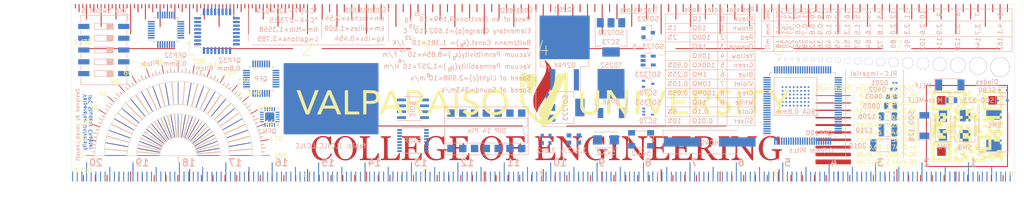
<source format=kicad_pcb>
(kicad_pcb (version 20240108) (generator "pcbnew") (generator_version "8.0")
  (layers (0 "F.Cu" signal) (31 "B.Cu" signal) (34 "B.Paste" user) (35 "F.Paste" user) (36 "B.SilkS" user "B.Silkscreen") (37 "F.SilkS" user "F.Silkscreen") (38 "B.Mask" user) (39 "F.Mask" user) (44 "Edge.Cuts" user))
  (net 0 "")
  (footprint "PCB_Ruler_6_8:Logo_FP" (layer "F.Cu") (at 152.4 82.6)
    (property "Reference" "G***" (hide yes))
    (property "Value" "LOGO" (hide yes))
  )
  (footprint "PCB_Ruler_6_8:Flame_FP" (layer "F.Cu") (at 152.4 82.725)
    (property "Reference" "G***" (hide yes))
    (property "Value" "LOGO" (hide yes))
  )
  (footprint "PCB_Ruler_6_8:Flame_FP" (layer "F.Cu") (at 152.4 82.725)
    (property "Reference" "G***" (hide yes))
    (property "Value" "LOGO" (hide yes))
  )
  (footprint "Valpo-PCB-Ruler-FP:COE_FP" (layer "F.Cu") (at 153 94.6)
    (property "Reference" "G***" (hide yes))
    (property "Value" "LOGO" (hide yes))
  )
  (footprint "Valpo-PCB-Ruler-FP:COE_FP" (layer "F.Cu") (at 153 94.6)
    (property "Reference" "G***" (hide yes))
    (property "Value" "LOGO" (hide yes))
  )
  (footprint "Valpo-PCB-Ruler-FP:10_Deg_FP" (layer "F.Cu") (at 73.7935 96.108)
    (property "Reference" "G***" (hide yes))
    (property "Value" "LOGO" (hide yes))
  )
  (footprint "Valpo-PCB-Ruler-FP:Rest_Deg_FP" (layer "F.Cu") (at 73.7935 96.108)
    (property "Reference" "G***" (hide yes))
    (property "Value" "LOGO" (hide yes))
  )
  (footprint "Valpo-PCB-Ruler-FP:10_Deg_FP" (layer "F.Cu") (at 73.7935 96.108)
    (property "Reference" "G***" (hide yes))
    (property "Value" "LOGO" (hide yes))
  )
  (footprint "Valpo-PCB-Ruler-FP:QR_Base_FP" (layer "F.Cu") (at 243.58125 89.72375)
    (property "Reference" "G***" (hide yes))
    (property "Value" "LOGO" (hide yes))
  )
  (footprint "Valpo-PCB-Ruler-FP:QR_Dots_FP" (layer "F.Cu") (at 243.58125 89.72375)
    (property "Reference" "G***" (hide yes))
    (property "Value" "LOGO" (hide yes))
  )
  (footprint "Valpo-PCB-Ruler-FP:QR_Dots_FP" (layer "F.Cu") (at 243.58125 89.72375)
    (property "Reference" "G***" (hide yes))
    (property "Value" "LOGO" (hide yes))
  )
  (footprint "Valpo-PCB-Ruler-FP:10_Deg_FP" (layer "F.Cu") (at 73.7935 96.108)
    (property "Reference" "G***" (hide yes))
    (property "Value" "LOGO" (hide yes))
  )
  (footprint "Resistor_SMD:R_0201_0603Metric" (layer "B.Cu") (at 228.147388 80.38523)
    (property "Reference" "0201")
    (property "Value" "R_0201_0603Metric")
  )
  (footprint "Resistor_SMD:R_0402_1005Metric" (layer "B.Cu") (at 227.930182 81.774296)
    (property "Reference" "0402")
    (property "Value" "R_0402_1005Metric")
  )
  (footprint "Resistor_SMD:R_0603_1608Metric" (layer "B.Cu") (at 227.43893 83.368)
    (property "Reference" "0603")
    (property "Value" "R_0603_1608Metric")
  )
  (footprint "Resistor_SMD:R_0805_2012Metric" (layer "B.Cu") (at 227.192054 85.368)
    (property "Reference" "0805")
    (property "Value" "R_0805_2012Metric")
  )
  (footprint "Resistor_SMD:R_1206_3216Metric" (layer "B.Cu") (at 226.662364 87.618)
    (property "Reference" "1206")
    (property "Value" "R_1206_3216Metric")
  )
  (footprint "Resistor_SMD:R_1210_3225Metric" (layer "B.Cu") (at 226.662364 90.618)
    (property "Reference" "1210")
    (property "Value" "R_1210_3225Metric")
  )
  (footprint "Resistor_SMD:R_2010_5025Metric" (layer "B.Cu") (at 225.726422 93.868)
    (property "Reference" "2010")
    (property "Value" "R_2010_5025Metric")
  )
  (footprint "Package_TO_SOT_SMD:SOT-23" (layer "B.Cu") (at 175 69.6)
    (property "Reference" "SOT23")
    (property "Value" "SOT-23")
  )
  (footprint "Package_TO_SOT_SMD:SOT-23-5" (layer "B.Cu") (at 175 75.6)
    (property "Reference" "SOT23-5")
    (property "Value" "SOT-23-5")
  )
  (footprint "Package_TO_SOT_SMD:SOT-323_SC-70" (layer "B.Cu") (at 175 80.6)
    (property "Reference" "SOT323")
    (property "Value" "SOT-323_SC-70")
  )
  (footprint "Package_TO_SOT_SMD:SOT-223" (layer "B.Cu") (at 167 70.6 -90)
    (property "Reference" "SOT223")
    (property "Value" "SOT-223")
  )
  (footprint "Package_TO_SOT_SMD:TO-252-2" (layer "B.Cu") (at 167 82.7 90)
    (property "Reference" "TO252")
    (property "Value" "TO-252-2")
  )
  (footprint "Package_TO_SOT_SMD:SOT-353_SC-70-5" (layer "B.Cu") (at 175 86.6)
    (property "Reference" "SOT353")
    (property "Value" "SOT-353_SC-70-5")
  )
  (footprint "Package_TO_SOT_SMD:TO-263-2" (layer "B.Cu") (at 157 73.975 90)
    (property "Reference" "TO263")
    (property "Value" "TO-263-2")
  )
  (footprint "Diode_SMD:D_SC-80" (layer "B.Cu") (at 251.5235 81.9785)
    (property "Reference" "SC80")
    (property "Value" "D_SC-80")
  )
  (footprint "Diode_SMD:D_MELF" (layer "B.Cu") (at 240 81.026)
    (property "Reference" "MELF")
    (property "Value" "D_MELF")
  )
  (footprint "Diode_SMD:D_MicroMELF" (layer "B.Cu") (at 240.411 84.1375)
    (property "Reference" "MicroMELF")
    (property "Value" "D_MicroMELF")
  )
  (footprint "Diode_SMD:D_SMA" (layer "B.Cu") (at 238.506 89.6 90)
    (property "Reference" "SMA")
    (property "Value" "D_SMA")
  )
  (footprint "Diode_SMD:D_SMB" (layer "B.Cu") (at 243.2685 89.6 90)
    (property "Reference" "SMB")
    (property "Value" "D_SMB")
  )
  (footprint "Diode_SMD:D_SOD-323" (layer "B.Cu") (at 251.333 84.201)
    (property "Reference" "SOD 323")
    (property "Value" "D_SOD-323")
  )
  (footprint "Diode_SMD:D_SOD-128" (layer "B.Cu") (at 234.5055 89.6 90)
    (property "Reference" "SOD 128")
    (property "Value" "D_SOD-128")
  )
  (footprint "Diode_SMD:D_SMC" (layer "B.Cu") (at 249.4915 90.4875 90)
    (property "Reference" "SMC")
    (property "Value" "D_SMC")
  )
  (footprint "Package_TO_SOT_SMD:SOT-223" (layer "B.Cu") (at 157.1285 85.71)
    (property "Reference" "SOT223")
    (property "Value" "SOT-223")
  )
  (footprint "Package_QFP:LQFP-100_14x14mm_P0.5mm" (layer "B.Cu") (at 208.28 85.2805)
    (property "Reference" "QPF100")
    (property "Value" "LQFP-100_14x14mm_P0.5mm")
  )
  (footprint "Crystal:Crystal_SMD_HC49-SD_HandSoldering" (layer "B.Cu") (at 188.2685 93.1395)
    (property "Reference" "HC49")
    (property "Value" "Crystal_SMD_HC49-SD_HandSoldering")
  )
  (footprint "Package_SO:SSOP-16_4.4x5.2mm_P0.65mm" (layer "B.Cu") (at 124.333 92.837 180)
    (property "Reference" "SSOP")
    (property "Value" "SSOP-16_4.4x5.2mm_P0.65mm")
  )
  (footprint "Package_DFN_QFN:QFN-20-1EP_3.5x3.5mm_P0.5mm_EP2x2mm" (layer "B.Cu") (at 93.463 87.757)
    (property "Reference" "QFN")
    (property "Value" "QFN-20-1EP_3.5x3.5mm_P0.5mm_EP2x2mm")
  )
  (footprint "Crystal:Crystal_SMD_Qantek_QC5CB-2Pin_5x3.2mm" (layer "B.Cu") (at 165.8945 92.695)
    (property "Reference" "5x3.2")
    (property "Value" "Crystal_SMD_Qantek_QC5CB-2Pin_5x3.2mm")
  )
  (footprint "Oscillator:Oscillator_SMD_Fordahl_DFAS15-4Pin_5.0x3.2mm" (layer "B.Cu") (at 173.473 92.568)
    (property "Reference" "5x3.2")
    (property "Value" "Oscillator_SMD_Fordahl_DFAS15-4Pin_5.0x3.2mm")
  )
  (footprint "Oscillator:Oscillator_SMD_EuroQuartz_XO32-4Pin_3.2x2.5mm" (layer "B.Cu") (at 158.995 92.5045)
    (property "Reference" "3.2x2.4")
    (property "Value" "Oscillator_SMD_EuroQuartz_XO32-4Pin_3.2x2.5mm")
  )
  (footprint "Oscillator:Oscillator_SMD_Abracon_ASDMB-4Pin_2.5x2.0mm" (layer "B.Cu") (at 153.026 92.568)
    (property "Reference" "2.5x2")
    (property "Value" "Oscillator_SMD_Abracon_ASDMB-4Pin_2.5x2.0mm")
  )
  (footprint "Package_QFP:LQFP-32_5x5mm_P0.5mm" (layer "B.Cu") (at 91.6305 79.502)
    (property "Reference" "QFP")
    (property "Value" "LQFP-32_5x5mm_P0.5mm")
  )
  (footprint "Package_SO:SOIC-8_3.9x4.9mm_P1.27mm" (layer "B.Cu") (at 124.333 85.979)
    (property "Reference" "SOIC")
    (property "Value" "SOIC-8_3.9x4.9mm_P1.27mm")
  )
  (footprint "Button_Switch_SMD:SW_DIP_SPSTx05_Slide_9.78x14.88mm_W8.61mm_P2.54mm" (layer "B.Cu") (at 57.7125 73.3275 180)
    (property "Reference" "Dip Switch 5")
    (property "Value" "SW_DIP_SPSTx05_Slide_9.78x14.88mm_W8.61mm_P2.54mm")
  )
  (footprint "Package_QFP:LQFP-32_7x7mm_P0.8mm" (layer "B.Cu") (at 82.1055 69.2785)
    (property "Reference" "QFP32")
    (property "Value" "LQFP-32_7x7mm_P0.8mm")
  )
  (footprint "Package_QFP:LQFP-32_5x5mm_P0.5mm" (layer "B.Cu") (at 71.12 68.961)
    (property "Reference" "QFP32")
    (property "Value" "LQFP-32_5x5mm_P0.5mm")
  )
  (footprint "Package_DIP:DIP-14_W7.62mm_SMDSocket_SmallPads" (layer "B.Cu") (at 140.1355 90.7265 90)
    (property "Reference" "DIP 14 Pin")
    (property "Value" "DIP-14_W7.62mm_SMDSocket_SmallPads")
  )
  (footprint "Valpo-PCB-Ruler-FP:10_Deg_FP" (layer "B.Cu") (at 73.66 96.139 180)
    (property "Reference" "G***" (hide yes))
    (property "Value" "LOGO" (hide yes))
  )
  (footprint "Valpo-PCB-Ruler-FP:Rest_Deg_FP" (layer "B.Cu") (at 73.7235 96.139 180)
    (property "Reference" "G***" (hide yes))
    (property "Value" "LOGO" (hide yes))
  )
  (footprint "Package_BGA:BGA-48_8.0x9.0mm_Layout6x8_P0.8mm" (layer "B.Cu") (at 206.756 83.312 90)
    (property "Reference" "BGA 0.8mm")
    (property "Value" "BGA-48_8.0x9.0mm_Layout6x8_P0.8mm")
  )
  (gr_line (start 234.95 80.9625) (end 234.95 98.425) (stroke (width 0.2)) (layer "F.Cu"))
  (gr_line (start 234.95 98.425) (end 252.4125 98.425) (stroke (width 0.2)) (layer "F.Cu"))
  (gr_line (start 252.4125 80.9625) (end 234.95 80.9625) (stroke (width 0.2)) (layer "F.Cu"))
  (gr_line (start 252.4125 98.425) (end 252.4125 80.9625) (stroke (width 0.2)) (layer "F.Cu"))
  (gr_line (start 51.59375 64.29375) (end 51.59375 63.5) (stroke (width 0.2)) (layer "F.Cu"))
  (gr_line (start 52.3875 65.0875) (end 52.3875 63.5) (stroke (width 0.2)) (layer "F.Cu"))
  (gr_line (start 62.70625 64.29375) (end 62.70625 63.5) (stroke (width 0.2)) (layer "F.Cu"))
  (gr_line (start 61.9125 65.0875) (end 61.9125 63.5) (stroke (width 0.2)) (layer "F.Cu"))
  (gr_line (start 53.975 66.675) (end 53.975 63.5) (stroke (width 0.2)) (layer "F.Cu"))
  (gr_line (start 57.15 68.2625) (end 57.15 63.5) (stroke (width 0.2)) (layer "F.Cu"))
  (gr_line (start 60.325 66.675) (end 60.325 63.5) (stroke (width 0.2)) (layer "F.Cu"))
  (gr_line (start 63.5 69.85) (end 63.5 63.5) (stroke (width 0.2)) (layer "F.Cu"))
  (gr_line (start 89.69375 64.29375) (end 89.69375 63.5) (stroke (width 0.2)) (layer "F.Cu"))
  (gr_line (start 98.425 66.675) (end 98.425 63.5) (stroke (width 0.2)) (layer "F.Cu"))
  (gr_line (start 92.075 66.675) (end 92.075 63.5) (stroke (width 0.2)) (layer "F.Cu"))
  (gr_line (start 99.21875 64.29375) (end 99.21875 63.5) (stroke (width 0.2)) (layer "F.Cu"))
  (gr_line (start 97.63125 64.29375) (end 97.63125 63.5) (stroke (width 0.2)) (layer "F.Cu"))
  (gr_line (start 100.80625 64.29375) (end 100.80625 63.5) (stroke (width 0.2)) (layer "F.Cu"))
  (gr_line (start 91.28125 64.29375) (end 91.28125 63.5) (stroke (width 0.2)) (layer "F.Cu"))
  (gr_line (start 95.25 68.2625) (end 95.25 63.5) (stroke (width 0.2)) (layer "F.Cu"))
  (gr_line (start 96.04375 64.29375) (end 96.04375 63.5) (stroke (width 0.2)) (layer "F.Cu"))
  (gr_line (start 90.4875 65.0875) (end 90.4875 63.5) (stroke (width 0.2)) (layer "F.Cu"))
  (gr_line (start 96.8375 65.0875) (end 96.8375 63.5) (stroke (width 0.2)) (layer "F.Cu"))
  (gr_line (start 93.6625 65.0875) (end 93.6625 63.5) (stroke (width 0.2)) (layer "F.Cu"))
  (gr_line (start 92.86875 64.29375) (end 92.86875 63.5) (stroke (width 0.2)) (layer "F.Cu"))
  (gr_line (start 101.6 69.85) (end 101.6 63.5) (stroke (width 0.2)) (layer "F.Cu"))
  (gr_line (start 94.45625 64.29375) (end 94.45625 63.5) (stroke (width 0.2)) (layer "F.Cu"))
  (gr_line (start 100.0125 65.0875) (end 100.0125 63.5) (stroke (width 0.2)) (layer "F.Cu"))
  (gr_line (start 238.125 66.675) (end 238.125 63.5) (stroke (width 0.2)) (layer "F.Cu"))
  (gr_line (start 231.775 66.675) (end 231.775 63.5) (stroke (width 0.2)) (layer "F.Cu"))
  (gr_line (start 234.95 68.2625) (end 234.95 63.5) (stroke (width 0.2)) (layer "F.Cu"))
  (gr_line (start 236.5375 65.0875) (end 236.5375 63.5) (stroke (width 0.2)) (layer "F.Cu"))
  (gr_line (start 233.3625 65.0875) (end 233.3625 63.5) (stroke (width 0.2)) (layer "F.Cu"))
  (gr_line (start 249.2375 65.0875) (end 249.2375 63.5) (stroke (width 0.2)) (layer "F.Cu"))
  (gr_line (start 239.7125 65.0875) (end 239.7125 63.5) (stroke (width 0.2)) (layer "F.Cu"))
  (gr_line (start 247.65 68.2625) (end 247.65 63.5) (stroke (width 0.2)) (layer "F.Cu"))
  (gr_line (start 246.0625 65.0875) (end 246.0625 63.5) (stroke (width 0.2)) (layer "F.Cu"))
  (gr_line (start 230.1875 65.0875) (end 230.1875 63.5) (stroke (width 0.2)) (layer "F.Cu"))
  (gr_line (start 242.8875 65.0875) (end 242.8875 63.5) (stroke (width 0.2)) (layer "F.Cu"))
  (gr_line (start 244.475 66.675) (end 244.475 63.5) (stroke (width 0.2)) (layer "F.Cu"))
  (gr_line (start 252.4125 65.0875) (end 252.4125 63.5) (stroke (width 0.2)) (layer "F.Cu"))
  (gr_line (start 241.3 69.85) (end 241.3 63.5) (stroke (width 0.2)) (layer "F.Cu"))
  (gr_line (start 250.825 66.675) (end 250.825 63.5) (stroke (width 0.2)) (layer "F.Cu"))
  (gr_line (start 228.6 69.85) (end 228.6 63.5) (stroke (width 0.2)) (layer "F.Cu"))
  (gr_line (start 53.34 101.6) (end 53.34 100.33) (stroke (width 0.2)) (layer "F.Cu"))
  (gr_line (start 76.2 101.6) (end 76.2 99.06) (stroke (width 0.2)) (layer "F.Cu"))
  (gr_line (start 243.84 101.6) (end 243.84 100.33) (stroke (width 0.2)) (layer "F.Cu"))
  (gr_line (start 248.92 101.6) (end 248.92 100.33) (stroke (width 0.2)) (layer "F.Cu"))
  (gr_line (start 228.6 101.6) (end 228.6 99.06) (stroke (width 0.2)) (layer "F.Cu"))
  (gr_line (start 236.22 101.6) (end 236.22 100.33) (stroke (width 0.2)) (layer "F.Cu"))
  (gr_line (start 238.76 101.6) (end 238.76 100.33) (stroke (width 0.2)) (layer "F.Cu"))
  (gr_line (start 251.46 101.6) (end 251.46 100.33) (stroke (width 0.2)) (layer "F.Cu"))
  (gr_line (start 233.68 101.6) (end 233.68 100.33) (stroke (width 0.2)) (layer "F.Cu"))
  (gr_line (start 241.3 101.6) (end 241.3 99.568) (stroke (width 0.2)) (layer "F.Cu"))
  (gr_line (start 246.38 101.6) (end 246.38 100.33) (stroke (width 0.2)) (layer "F.Cu"))
  (gr_line (start 231.14 101.6) (end 231.14 100.33) (stroke (width 0.2)) (layer "F.Cu"))
  (gr_line (start 73.025 73.025) (end 53.975 73.025) (stroke (width 0.2)) (layer "F.Cu"))
  (gr_line (start 250.825 73.025) (end 231.775 73.025) (stroke (width 0.2)) (layer "F.Cu"))
  (gr_line (start 147.955 89.69375) (end 112.395 89.69375) (stroke (width 0.2)) (layer "F.Cu"))
  (gr_line (start 219.075 66.675) (end 219.075 63.5) (stroke (width 0.2)) (layer "F.Cu"))
  (gr_line (start 193.675 66.675) (end 193.675 63.5) (stroke (width 0.2)) (layer "F.Cu"))
  (gr_line (start 187.325 66.675) (end 187.325 63.5) (stroke (width 0.2)) (layer "F.Cu"))
  (gr_line (start 119.0625 65.0875) (end 119.0625 63.5) (stroke (width 0.2)) (layer "F.Cu"))
  (gr_line (start 168.275 66.675) (end 168.275 63.5) (stroke (width 0.2)) (layer "F.Cu"))
  (gr_line (start 200.025 66.675) (end 200.025 63.5) (stroke (width 0.2)) (layer "F.Cu"))
  (gr_line (start 158.75 68.2625) (end 158.75 63.5) (stroke (width 0.2)) (layer "F.Cu"))
  (gr_poly (pts (xy 218.678121 92.921188) (xy 211.058121 92.921188) (xy 211.058121 92.413188) (xy 218.678121 92.413188)) (fill solid) (layer "F.Cu"))
  (gr_line (start 203.2 101.6) (end 203.2 99.06) (stroke (width 0.2)) (layer "F.Cu"))
  (gr_line (start 127 69.85) (end 127 63.5) (stroke (width 0.2)) (layer "F.Cu"))
  (gr_line (start 208.28 101.6) (end 208.28 100.33) (stroke (width 0.2)) (layer "F.Cu"))
  (gr_line (start 115.8875 65.0875) (end 115.8875 63.5) (stroke (width 0.2)) (layer "F.Cu"))
  (gr_line (start 80.9625 65.0875) (end 80.9625 63.5) (stroke (width 0.2)) (layer "F.Cu"))
  (gr_line (start 128.5875 65.0875) (end 128.5875 63.5) (stroke (width 0.2)) (layer "F.Cu"))
  (gr_line (start 193.04 101.6) (end 193.04 100.33) (stroke (width 0.2)) (layer "F.Cu"))
  (gr_line (start 182.88 101.6) (end 182.88 100.33) (stroke (width 0.2)) (layer "F.Cu"))
  (gr_line (start 61.11875 64.29375) (end 61.11875 63.5) (stroke (width 0.2)) (layer "F.Cu"))
  (gr_line (start 58.42 101.6) (end 58.42 100.33) (stroke (width 0.2)) (layer "F.Cu"))
  (gr_line (start 60.96 101.6) (end 60.96 100.33) (stroke (width 0.2)) (layer "F.Cu"))
  (gr_line (start 192.0875 65.0875) (end 192.0875 63.5) (stroke (width 0.2)) (layer "F.Cu"))
  (gr_line (start 174.625 66.675) (end 174.625 63.5) (stroke (width 0.2)) (layer "F.Cu"))
  (gr_line (start 132.08 101.6) (end 132.08 100.33) (stroke (width 0.2)) (layer "F.Cu"))
  (gr_line (start 227.0125 65.0875) (end 227.0125 63.5) (stroke (width 0.2)) (layer "F.Cu"))
  (gr_line (start 180.975 66.675) (end 180.975 63.5) (stroke (width 0.2)) (layer "F.Cu"))
  (gr_line (start 225.425 73.025) (end 206.375 73.025) (stroke (width 0.2)) (layer "F.Cu"))
  (gr_line (start 84.1375 65.0875) (end 84.1375 63.5) (stroke (width 0.2)) (layer "F.Cu"))
  (gr_line (start 96.52 101.6) (end 96.52 100.33) (stroke (width 0.2)) (layer "F.Cu"))
  (gr_line (start 127 101.6) (end 127 99.06) (stroke (width 0.2)) (layer "F.Cu"))
  (gr_line (start 111.76 101.6) (end 111.76 100.33) (stroke (width 0.2)) (layer "F.Cu"))
  (gr_line (start 172.72 101.6) (end 172.72 100.33) (stroke (width 0.2)) (layer "F.Cu"))
  (gr_line (start 196.85 68.2625) (end 196.85 63.5) (stroke (width 0.2)) (layer "F.Cu"))
  (gr_line (start 144.4625 65.0875) (end 144.4625 63.5) (stroke (width 0.2)) (layer "F.Cu"))
  (gr_line (start 139.7 101.6) (end 139.7 99.568) (stroke (width 0.2)) (layer "F.Cu"))
  (gr_line (start 88.10625 64.29375) (end 88.10625 63.5) (stroke (width 0.2)) (layer "F.Cu"))
  (gr_line (start 147.32 101.6) (end 147.32 100.33) (stroke (width 0.2)) (layer "F.Cu"))
  (gr_line (start 198.4375 65.0875) (end 198.4375 63.5) (stroke (width 0.2)) (layer "F.Cu"))
  (gr_line (start 149.225 73.025) (end 130.175 73.025) (stroke (width 0.2)) (layer "F.Cu"))
  (gr_line (start 106.68 101.6) (end 106.68 100.33) (stroke (width 0.2)) (layer "F.Cu"))
  (gr_line (start 88.9 101.6) (end 88.9 99.568) (stroke (width 0.2)) (layer "F.Cu"))
  (gr_line (start 198.12 101.6) (end 198.12 100.33) (stroke (width 0.2)) (layer "F.Cu"))
  (gr_line (start 69.85 68.2625) (end 69.85 63.5) (stroke (width 0.2)) (layer "F.Cu"))
  (gr_line (start 79.375 66.675) (end 79.375 63.5) (stroke (width 0.2)) (layer "F.Cu"))
  (gr_line (start 82.55 68.2625) (end 82.55 63.5) (stroke (width 0.2)) (layer "F.Cu"))
  (gr_line (start 173.0375 65.0875) (end 173.0375 63.5) (stroke (width 0.2)) (layer "F.Cu"))
  (gr_line (start 124.46 101.6) (end 124.46 100.33) (stroke (width 0.2)) (layer "F.Cu"))
  (gr_line (start 109.22 101.6) (end 109.22 100.33) (stroke (width 0.2)) (layer "F.Cu"))
  (gr_line (start 146.05 68.2625) (end 146.05 63.5) (stroke (width 0.2)) (layer "F.Cu"))
  (gr_line (start 206.375 66.675) (end 206.375 63.5) (stroke (width 0.2)) (layer "F.Cu"))
  (gr_line (start 120.65 68.2625) (end 120.65 63.5) (stroke (width 0.2)) (layer "F.Cu"))
  (gr_line (start 104.775 66.675) (end 104.775 63.5) (stroke (width 0.2)) (layer "F.Cu"))
  (gr_line (start 190.5 69.85) (end 190.5 63.5) (stroke (width 0.2)) (layer "F.Cu"))
  (gr_line (start 160.3375 65.0875) (end 160.3375 63.5) (stroke (width 0.2)) (layer "F.Cu"))
  (gr_line (start 70.64375 64.29375) (end 70.64375 63.5) (stroke (width 0.2)) (layer "F.Cu"))
  (gr_line (start 175.26 101.6) (end 175.26 100.33) (stroke (width 0.2)) (layer "F.Cu"))
  (gr_line (start 78.74 101.6) (end 78.74 100.33) (stroke (width 0.2)) (layer "F.Cu"))
  (gr_line (start 170.18 101.6) (end 170.18 100.33) (stroke (width 0.2)) (layer "F.Cu"))
  (gr_line (start 65.88125 64.29375) (end 65.88125 63.5) (stroke (width 0.2)) (layer "F.Cu"))
  (gr_line (start 209.55 68.2625) (end 209.55 63.5) (stroke (width 0.2)) (layer "F.Cu"))
  (gr_poly (pts (xy 218.678121 88.057088) (xy 211.058121 88.057088) (xy 211.058121 87.752288) (xy 218.678121 87.752288)) (fill solid) (layer "F.Cu"))
  (gr_line (start 142.875 66.675) (end 142.875 63.5) (stroke (width 0.2)) (layer "F.Cu"))
  (gr_line (start 69.05625 64.29375) (end 69.05625 63.5) (stroke (width 0.2)) (layer "F.Cu"))
  (gr_line (start 78.58125 64.29375) (end 78.58125 63.5) (stroke (width 0.2)) (layer "F.Cu"))
  (gr_line (start 114.3 101.6) (end 114.3 99.568) (stroke (width 0.2)) (layer "F.Cu"))
  (gr_line (start 83.34375 64.29375) (end 83.34375 63.5) (stroke (width 0.2)) (layer "F.Cu"))
  (gr_line (start 180.34 101.6) (end 180.34 100.33) (stroke (width 0.2)) (layer "F.Cu"))
  (gr_line (start 167.64 101.6) (end 167.64 100.33) (stroke (width 0.2)) (layer "F.Cu"))
  (gr_line (start 91.44 101.6) (end 91.44 100.33) (stroke (width 0.2)) (layer "F.Cu"))
  (gr_line (start 66.04 101.6) (end 66.04 100.33) (stroke (width 0.2)) (layer "F.Cu"))
  (gr_line (start 116.84 101.6) (end 116.84 100.33) (stroke (width 0.2)) (layer "F.Cu"))
  (gr_line (start 55.88 101.6) (end 55.88 100.33) (stroke (width 0.2)) (layer "F.Cu"))
  (gr_line (start 59.53125 64.29375) (end 59.53125 63.5) (stroke (width 0.2)) (layer "F.Cu"))
  (gr_line (start 225.425 66.675) (end 225.425 63.5) (stroke (width 0.2)) (layer "F.Cu"))
  (gr_line (start 154.94 101.6) (end 154.94 100.33) (stroke (width 0.2)) (layer "F.Cu"))
  (gr_line (start 54.76875 64.29375) (end 54.76875 63.5) (stroke (width 0.2)) (layer "F.Cu"))
  (gr_line (start 73.66 101.6) (end 73.66 100.33) (stroke (width 0.2)) (layer "F.Cu"))
  (gr_line (start 184.15 68.2625) (end 184.15 63.5) (stroke (width 0.2)) (layer "F.Cu"))
  (gr_line (start 139.7 69.85) (end 139.7 63.5) (stroke (width 0.2)) (layer "F.Cu"))
  (gr_line (start 123.825 66.675) (end 123.825 63.5) (stroke (width 0.2)) (layer "F.Cu"))
  (gr_line (start 190.5 101.6) (end 190.5 99.568) (stroke (width 0.2)) (layer "F.Cu"))
  (gr_line (start 133.35 68.2625) (end 133.35 63.5) (stroke (width 0.2)) (layer "F.Cu"))
  (gr_line (start 98.425 73.025) (end 79.375 73.025) (stroke (width 0.2)) (layer "F.Cu"))
  (gr_line (start 182.5625 65.0875) (end 182.5625 63.5) (stroke (width 0.2)) (layer "F.Cu"))
  (gr_line (start 65.0875 65.0875) (end 65.0875 63.5) (stroke (width 0.2)) (layer "F.Cu"))
  (gr_line (start 56.35625 64.29375) (end 56.35625 63.5) (stroke (width 0.2)) (layer "F.Cu"))
  (gr_poly (pts (xy 218.678121 84.831288) (xy 211.058121 84.831288) (xy 211.058121 84.628088) (xy 218.678121 84.628088)) (fill solid) (layer "F.Cu"))
  (gr_line (start 53.18125 64.29375) (end 53.18125 63.5) (stroke (width 0.2)) (layer "F.Cu"))
  (gr_line (start 111.125 66.675) (end 111.125 63.5) (stroke (width 0.2)) (layer "F.Cu"))
  (gr_line (start 99.06 101.6) (end 99.06 100.33) (stroke (width 0.2)) (layer "F.Cu"))
  (gr_line (start 212.725 66.675) (end 212.725 63.5) (stroke (width 0.2)) (layer "F.Cu"))
  (gr_line (start 215.9 101.6) (end 215.9 99.568) (stroke (width 0.2)) (layer "F.Cu"))
  (gr_line (start 203.2 69.85) (end 203.2 63.5) (stroke (width 0.2)) (layer "F.Cu"))
  (gr_poly (pts (xy 218.678121 86.444188) (xy 211.058121 86.444188) (xy 211.058121 86.190188) (xy 218.678121 86.190188)) (fill solid) (layer "F.Cu"))
  (gr_line (start 161.925 66.675) (end 161.925 63.5) (stroke (width 0.2)) (layer "F.Cu"))
  (gr_line (start 222.25 68.2625) (end 222.25 63.5) (stroke (width 0.2)) (layer "F.Cu"))
  (gr_line (start 137.16 101.6) (end 137.16 100.33) (stroke (width 0.2)) (layer "F.Cu"))
  (gr_line (start 218.44 101.6) (end 218.44 100.33) (stroke (width 0.2)) (layer "F.Cu"))
  (gr_line (start 107.95 68.2625) (end 107.95 63.5) (stroke (width 0.2)) (layer "F.Cu"))
  (gr_line (start 57.94375 64.29375) (end 57.94375 63.5) (stroke (width 0.2)) (layer "F.Cu"))
  (gr_line (start 220.98 101.6) (end 220.98 100.33) (stroke (width 0.2)) (layer "F.Cu"))
  (gr_line (start 204.7875 65.0875) (end 204.7875 63.5) (stroke (width 0.2)) (layer "F.Cu"))
  (gr_line (start 142.24 101.6) (end 142.24 100.33) (stroke (width 0.2)) (layer "F.Cu"))
  (gr_line (start 123.825 73.025) (end 104.775 73.025) (stroke (width 0.2)) (layer "F.Cu"))
  (gr_line (start 166.6875 65.0875) (end 166.6875 63.5) (stroke (width 0.2)) (layer "F.Cu"))
  (gr_line (start 68.2625 65.0875) (end 68.2625 63.5) (stroke (width 0.2)) (layer "F.Cu"))
  (gr_line (start 152.4 101.6) (end 152.4 99.06) (stroke (width 0.2)) (layer "F.Cu"))
  (gr_line (start 106.3625 65.0875) (end 106.3625 63.5) (stroke (width 0.2)) (layer "F.Cu"))
  (gr_line (start 215.9 69.85) (end 215.9 63.5) (stroke (width 0.2)) (layer "F.Cu"))
  (gr_line (start 214.3125 65.0875) (end 214.3125 63.5) (stroke (width 0.2)) (layer "F.Cu"))
  (gr_poly (pts (xy 218.678121 97.937688) (xy 211.058121 97.937688) (xy 211.058121 96.921688) (xy 218.678121 96.921688)) (fill solid) (layer "F.Cu"))
  (gr_line (start 174.625 73.025) (end 155.575 73.025) (stroke (width 0.2)) (layer "F.Cu"))
  (gr_line (start 76.2 69.85) (end 76.2 63.5) (stroke (width 0.2)) (layer "F.Cu"))
  (gr_line (start 147.6375 65.0875) (end 147.6375 63.5) (stroke (width 0.2)) (layer "F.Cu"))
  (gr_line (start 176.2125 65.0875) (end 176.2125 63.5) (stroke (width 0.2)) (layer "F.Cu"))
  (gr_line (start 153.9875 65.0875) (end 153.9875 63.5) (stroke (width 0.2)) (layer "F.Cu"))
  (gr_poly (pts (xy 218.678121 91.308288) (xy 211.058121 91.308288) (xy 211.058121 90.851088) (xy 218.678121 90.851088)) (fill solid) (layer "F.Cu"))
  (gr_line (start 109.5375 65.0875) (end 109.5375 63.5) (stroke (width 0.2)) (layer "F.Cu"))
  (gr_line (start 121.92 101.6) (end 121.92 100.33) (stroke (width 0.2)) (layer "F.Cu"))
  (gr_line (start 68.58 101.6) (end 68.58 100.33) (stroke (width 0.2)) (layer "F.Cu"))
  (gr_line (start 169.8625 65.0875) (end 169.8625 63.5) (stroke (width 0.2)) (layer "F.Cu"))
  (gr_line (start 125.4125 65.0875) (end 125.4125 63.5) (stroke (width 0.2)) (layer "F.Cu"))
  (gr_line (start 165.1 69.85) (end 165.1 63.5) (stroke (width 0.2)) (layer "F.Cu"))
  (gr_line (start 76.99375 64.29375) (end 76.99375 63.5) (stroke (width 0.2)) (layer "F.Cu"))
  (gr_line (start 217.4875 65.0875) (end 217.4875 63.5) (stroke (width 0.2)) (layer "F.Cu"))
  (gr_line (start 220.6625 65.0875) (end 220.6625 63.5) (stroke (width 0.2)) (layer "F.Cu"))
  (gr_line (start 201.6125 65.0875) (end 201.6125 63.5) (stroke (width 0.2)) (layer "F.Cu"))
  (gr_line (start 87.3125 65.0875) (end 87.3125 63.5) (stroke (width 0.2)) (layer "F.Cu"))
  (gr_line (start 104.14 101.6) (end 104.14 100.33) (stroke (width 0.2)) (layer "F.Cu"))
  (gr_line (start 74.6125 65.0875) (end 74.6125 63.5) (stroke (width 0.2)) (layer "F.Cu"))
  (gr_line (start 93.98 101.6) (end 93.98 100.33) (stroke (width 0.2)) (layer "F.Cu"))
  (gr_line (start 71.12 101.6) (end 71.12 100.33) (stroke (width 0.2)) (layer "F.Cu"))
  (gr_line (start 138.1125 65.0875) (end 138.1125 63.5) (stroke (width 0.2)) (layer "F.Cu"))
  (gr_line (start 177.8 69.85) (end 177.8 63.5) (stroke (width 0.2)) (layer "F.Cu"))
  (gr_line (start 75.40625 64.29375) (end 75.40625 63.5) (stroke (width 0.2)) (layer "F.Cu"))
  (gr_line (start 63.5 101.6) (end 63.5 99.568) (stroke (width 0.2)) (layer "F.Cu"))
  (gr_line (start 114.3 69.85) (end 114.3 63.5) (stroke (width 0.2)) (layer "F.Cu"))
  (gr_line (start 67.46875 64.29375) (end 67.46875 63.5) (stroke (width 0.2)) (layer "F.Cu"))
  (gr_line (start 171.45 68.2625) (end 171.45 63.5) (stroke (width 0.2)) (layer "F.Cu"))
  (gr_line (start 122.2375 65.0875) (end 122.2375 63.5) (stroke (width 0.2)) (layer "F.Cu"))
  (gr_line (start 205.74 101.6) (end 205.74 100.33) (stroke (width 0.2)) (layer "F.Cu"))
  (gr_line (start 117.475 66.675) (end 117.475 63.5) (stroke (width 0.2)) (layer "F.Cu"))
  (gr_line (start 157.1625 65.0875) (end 157.1625 63.5) (stroke (width 0.2)) (layer "F.Cu"))
  (gr_line (start 66.675 66.675) (end 66.675 63.5) (stroke (width 0.2)) (layer "F.Cu"))
  (gr_line (start 223.52 101.6) (end 223.52 100.33) (stroke (width 0.2)) (layer "F.Cu"))
  (gr_line (start 187.96 101.6) (end 187.96 100.33) (stroke (width 0.2)) (layer "F.Cu"))
  (gr_line (start 73.025 66.675) (end 73.025 63.5) (stroke (width 0.2)) (layer "F.Cu"))
  (gr_line (start 226.06 101.6) (end 226.06 100.33) (stroke (width 0.2)) (layer "F.Cu"))
  (gr_line (start 86.36 101.6) (end 86.36 100.33) (stroke (width 0.2)) (layer "F.Cu"))
  (gr_line (start 129.54 101.6) (end 129.54 100.33) (stroke (width 0.2)) (layer "F.Cu"))
  (gr_line (start 80.16875 64.29375) (end 80.16875 63.5) (stroke (width 0.2)) (layer "F.Cu"))
  (gr_line (start 86.51875 64.29375) (end 86.51875 63.5) (stroke (width 0.2)) (layer "F.Cu"))
  (gr_line (start 213.36 101.6) (end 213.36 100.33) (stroke (width 0.2)) (layer "F.Cu"))
  (gr_line (start 64.29375 64.29375) (end 64.29375 63.5) (stroke (width 0.2)) (layer "F.Cu"))
  (gr_poly (pts (xy 218.678121 96.223188) (xy 211.058121 96.223188) (xy 211.058121 95.461188) (xy 218.678121 95.461188)) (fill solid) (layer "F.Cu"))
  (gr_line (start 84.93125 64.29375) (end 84.93125 63.5) (stroke (width 0.2)) (layer "F.Cu"))
  (gr_line (start 136.525 66.675) (end 136.525 63.5) (stroke (width 0.2)) (layer "F.Cu"))
  (gr_line (start 200.66 101.6) (end 200.66 100.33) (stroke (width 0.2)) (layer "F.Cu"))
  (gr_line (start 134.62 101.6) (end 134.62 100.33) (stroke (width 0.2)) (layer "F.Cu"))
  (gr_line (start 81.75625 64.29375) (end 81.75625 63.5) (stroke (width 0.2)) (layer "F.Cu"))
  (gr_line (start 83.82 101.6) (end 83.82 100.33) (stroke (width 0.2)) (layer "F.Cu"))
  (gr_line (start 85.725 66.675) (end 85.725 63.5) (stroke (width 0.2)) (layer "F.Cu"))
  (gr_line (start 179.3875 65.0875) (end 179.3875 63.5) (stroke (width 0.2)) (layer "F.Cu"))
  (gr_line (start 131.7625 65.0875) (end 131.7625 63.5) (stroke (width 0.2)) (layer "F.Cu"))
  (gr_line (start 165.1 101.6) (end 165.1 99.568) (stroke (width 0.2)) (layer "F.Cu"))
  (gr_poly (pts (xy 218.678121 89.695388) (xy 211.058121 89.695388) (xy 211.058121 89.288988) (xy 218.678121 89.288988)) (fill solid) (layer "F.Cu"))
  (gr_poly (pts (xy 218.678121 83.218388) (xy 211.058121 83.218388) (xy 211.058121 83.065988) (xy 218.678121 83.065988)) (fill solid) (layer "F.Cu"))
  (gr_line (start 195.2625 65.0875) (end 195.2625 63.5) (stroke (width 0.2)) (layer "F.Cu"))
  (gr_line (start 150.8125 65.0875) (end 150.8125 63.5) (stroke (width 0.2)) (layer "F.Cu"))
  (gr_line (start 210.82 101.6) (end 210.82 100.33) (stroke (width 0.2)) (layer "F.Cu"))
  (gr_line (start 207.9625 65.0875) (end 207.9625 63.5) (stroke (width 0.2)) (layer "F.Cu"))
  (gr_line (start 88.9 69.85) (end 88.9 63.5) (stroke (width 0.2)) (layer "F.Cu"))
  (gr_line (start 101.6 101.6) (end 101.6 99.06) (stroke (width 0.2)) (layer "F.Cu"))
  (gr_line (start 185.7375 65.0875) (end 185.7375 63.5) (stroke (width 0.2)) (layer "F.Cu"))
  (gr_line (start 81.28 101.6) (end 81.28 100.33) (stroke (width 0.2)) (layer "F.Cu"))
  (gr_line (start 223.8375 65.0875) (end 223.8375 63.5) (stroke (width 0.2)) (layer "F.Cu"))
  (gr_line (start 162.56 101.6) (end 162.56 100.33) (stroke (width 0.2)) (layer "F.Cu"))
  (gr_line (start 157.48 101.6) (end 157.48 100.33) (stroke (width 0.2)) (layer "F.Cu"))
  (gr_line (start 73.81875 64.29375) (end 73.81875 63.5) (stroke (width 0.2)) (layer "F.Cu"))
  (gr_line (start 185.42 101.6) (end 185.42 100.33) (stroke (width 0.2)) (layer "F.Cu"))
  (gr_poly (pts (xy 218.678121 94.559488) (xy 211.058121 94.559488) (xy 211.058121 93.949888) (xy 218.678121 93.949888)) (fill solid) (layer "F.Cu"))
  (gr_line (start 160.02 101.6) (end 160.02 100.33) (stroke (width 0.2)) (layer "F.Cu"))
  (gr_line (start 77.7875 65.0875) (end 77.7875 63.5) (stroke (width 0.2)) (layer "F.Cu"))
  (gr_line (start 134.9375 65.0875) (end 134.9375 63.5) (stroke (width 0.2)) (layer "F.Cu"))
  (gr_line (start 71.4375 65.0875) (end 71.4375 63.5) (stroke (width 0.2)) (layer "F.Cu"))
  (gr_line (start 55.5625 65.0875) (end 55.5625 63.5) (stroke (width 0.2)) (layer "F.Cu"))
  (gr_line (start 191.77 89.69375) (end 157.48 89.69375) (stroke (width 0.2)) (layer "F.Cu"))
  (gr_line (start 200.025 73.025) (end 180.975 73.025) (stroke (width 0.2)) (layer "F.Cu"))
  (gr_line (start 163.5125 65.0875) (end 163.5125 63.5) (stroke (width 0.2)) (layer "F.Cu"))
  (gr_line (start 144.78 101.6) (end 144.78 100.33) (stroke (width 0.2)) (layer "F.Cu"))
  (gr_line (start 211.1375 65.0875) (end 211.1375 63.5) (stroke (width 0.2)) (layer "F.Cu"))
  (gr_line (start 155.575 66.675) (end 155.575 63.5) (stroke (width 0.2)) (layer "F.Cu"))
  (gr_line (start 58.7375 65.0875) (end 58.7375 63.5) (stroke (width 0.2)) (layer "F.Cu"))
  (gr_line (start 188.9125 65.0875) (end 188.9125 63.5) (stroke (width 0.2)) (layer "F.Cu"))
  (gr_line (start 130.175 66.675) (end 130.175 63.5) (stroke (width 0.2)) (layer "F.Cu"))
  (gr_line (start 103.1875 65.0875) (end 103.1875 63.5) (stroke (width 0.2)) (layer "F.Cu"))
  (gr_line (start 195.58 101.6) (end 195.58 100.33) (stroke (width 0.2)) (layer "F.Cu"))
  (gr_line (start 177.8 101.6) (end 177.8 99.06) (stroke (width 0.2)) (layer "F.Cu"))
  (gr_line (start 141.2875 65.0875) (end 141.2875 63.5) (stroke (width 0.2)) (layer "F.Cu"))
  (gr_line (start 149.225 66.675) (end 149.225 63.5) (stroke (width 0.2)) (layer "F.Cu"))
  (gr_line (start 72.23125 64.29375) (end 72.23125 63.5) (stroke (width 0.2)) (layer "F.Cu"))
  (gr_line (start 152.4 69.85) (end 152.4 63.5) (stroke (width 0.2)) (layer "F.Cu"))
  (gr_line (start 119.38 101.6) (end 119.38 100.33) (stroke (width 0.2)) (layer "F.Cu"))
  (gr_line (start 149.86 101.6) (end 149.86 100.33) (stroke (width 0.2)) (layer "F.Cu"))
  (gr_line (start 112.7125 65.0875) (end 112.7125 63.5) (stroke (width 0.2)) (layer "F.Cu"))
  (gr_line (start 244 101.6) (end 244 97.6) (stroke (width 0.2)) (layer "B.Cu"))
  (gr_line (start 249 101.6) (end 249 98.6) (stroke (width 0.2)) (layer "B.Cu"))
  (gr_line (start 253 101.6) (end 253 99.6) (stroke (width 0.2)) (layer "B.Cu"))
  (gr_line (start 245 101.6) (end 245 99.6) (stroke (width 0.2)) (layer "B.Cu"))
  (gr_line (start 59 101.6) (end 59 98.6) (stroke (width 0.2)) (layer "B.Cu"))
  (gr_line (start 56 101.6) (end 56 99.6) (stroke (width 0.2)) (layer "B.Cu"))
  (gr_line (start 53 101.6) (end 53 99.6) (stroke (width 0.2)) (layer "B.Cu"))
  (gr_line (start 58 101.6) (end 58 99.6) (stroke (width 0.2)) (layer "B.Cu"))
  (gr_line (start 54 101.6) (end 54 97.6) (stroke (width 0.2)) (layer "B.Cu"))
  (gr_line (start 52 101.6) (end 52 99.6) (stroke (width 0.2)) (layer "B.Cu"))
  (gr_line (start 51 101.6) (end 51 99.6) (stroke (width 0.2)) (layer "B.Cu"))
  (gr_line (start 60 101.6) (end 60 99.6) (stroke (width 0.2)) (layer "B.Cu"))
  (gr_line (start 55 101.6) (end 55 99.6) (stroke (width 0.2)) (layer "B.Cu"))
  (gr_line (start 57 101.6) (end 57 99.6) (stroke (width 0.2)) (layer "B.Cu"))
  (gr_poly (pts (xy 116.84 91.44) (xy 96.52 91.44) (xy 96.52 76.2) (xy 116.84 76.2)) (stroke (width 0.1)) (fill solid) (layer "B.Cu"))
  (gr_line (start 150 101.6) (end 150 99.6) (stroke (width 0.2)) (layer "B.Cu"))
  (gr_line (start 117 101.6) (end 117 99.6) (stroke (width 0.2)) (layer "B.Cu"))
  (gr_line (start 76 101.6) (end 76 99.6) (stroke (width 0.2)) (layer "B.Cu"))
  (gr_line (start 83 101.6) (end 83 99.6) (stroke (width 0.2)) (layer "B.Cu"))
  (gr_line (start 242 101.6) (end 242 99.6) (stroke (width 0.2)) (layer "B.Cu"))
  (gr_line (start 152 101.6) (end 152 99.6) (stroke (width 0.2)) (layer "B.Cu"))
  (gr_line (start 241 101.6) (end 241 99.6) (stroke (width 0.2)) (layer "B.Cu"))
  (gr_line (start 124 101.6) (end 124 97.6) (stroke (width 0.2)) (layer "B.Cu"))
  (gr_line (start 92 101.6) (end 92 99.6) (stroke (width 0.2)) (layer "B.Cu"))
  (gr_line (start 137 101.6) (end 137 99.6) (stroke (width 0.2)) (layer "B.Cu"))
  (gr_line (start 91 101.6) (end 91 99.6) (stroke (width 0.2)) (layer "B.Cu"))
  (gr_line (start 120 101.6) (end 120 99.6) (stroke (width 0.2)) (layer "B.Cu"))
  (gr_line (start 240 101.6) (end 240 99.6) (stroke (width 0.2)) (layer "B.Cu"))
  (gr_line (start 70 101.6) (end 70 99.6) (stroke (width 0.2)) (layer "B.Cu"))
  (gr_line (start 75 101.6) (end 75 99.6) (stroke (width 0.2)) (layer "B.Cu"))
  (gr_line (start 68 101.6) (end 68 99.6) (stroke (width 0.2)) (layer "B.Cu"))
  (gr_line (start 61 101.6) (end 61 99.6) (stroke (width 0.2)) (layer "B.Cu"))
  (gr_line (start 185 101.6) (end 185 99.6) (stroke (width 0.2)) (layer "B.Cu"))
  (gr_line (start 95 101.6) (end 95 99.6) (stroke (width 0.2)) (layer "B.Cu"))
  (gr_line (start 136 101.6) (end 136 99.6) (stroke (width 0.2)) (layer "B.Cu"))
  (gr_line (start 62 101.6) (end 62 99.6) (stroke (width 0.2)) (layer "B.Cu"))
  (gr_line (start 64 101.6) (end 64 97.6) (stroke (width 0.2)) (layer "B.Cu"))
  (gr_line (start 170 101.6) (end 170 99.6) (stroke (width 0.2)) (layer "B.Cu"))
  (gr_line (start 184 101.6) (end 184 97.6) (stroke (width 0.2)) (layer "B.Cu"))
  (gr_line (start 191 101.6) (end 191 99.6) (stroke (width 0.2)) (layer "B.Cu"))
  (gr_line (start 221 101.6) (end 221 99.6) (stroke (width 0.2)) (layer "B.Cu"))
  (gr_line (start 126 101.6) (end 126 99.6) (stroke (width 0.2)) (layer "B.Cu"))
  (gr_line (start 139 101.6) (end 139 98.6) (stroke (width 0.2)) (layer "B.Cu"))
  (gr_line (start 188 101.6) (end 188 99.6) (stroke (width 0.2)) (layer "B.Cu"))
  (gr_line (start 162 101.6) (end 162 99.6) (stroke (width 0.2)) (layer "B.Cu"))
  (gr_line (start 97 101.6) (end 97 99.6) (stroke (width 0.2)) (layer "B.Cu"))
  (gr_line (start 103 101.6) (end 103 99.6) (stroke (width 0.2)) (layer "B.Cu"))
  (gr_line (start 87 101.6) (end 87 99.6) (stroke (width 0.2)) (layer "B.Cu"))
  (gr_line (start 187 101.6) (end 187 99.6) (stroke (width 0.2)) (layer "B.Cu"))
  (gr_line (start 228 101.6) (end 228 99.6) (stroke (width 0.2)) (layer "B.Cu"))
  (gr_line (start 155 101.6) (end 155 99.6) (stroke (width 0.2)) (layer "B.Cu"))
  (gr_line (start 98 101.6) (end 98 99.6) (stroke (width 0.2)) (layer "B.Cu"))
  (gr_line (start 67 101.6) (end 67 99.6) (stroke (width 0.2)) (layer "B.Cu"))
  (gr_line (start 115 101.6) (end 115 99.6) (stroke (width 0.2)) (layer "B.Cu"))
  (gr_line (start 107 101.6) (end 107 99.6) (stroke (width 0.2)) (layer "B.Cu"))
  (gr_line (start 194 101.6) (end 194 97.6) (stroke (width 0.2)) (layer "B.Cu"))
  (gr_line (start 148 101.6) (end 148 99.6) (stroke (width 0.2)) (layer "B.Cu"))
  (gr_line (start 183 101.6) (end 183 99.6) (stroke (width 0.2)) (layer "B.Cu"))
  (gr_line (start 171 101.6) (end 171 99.6) (stroke (width 0.2)) (layer "B.Cu"))
  (gr_line (start 140 101.6) (end 140 99.6) (stroke (width 0.2)) (layer "B.Cu"))
  (gr_line (start 133 101.6) (end 133 99.6) (stroke (width 0.2)) (layer "B.Cu"))
  (gr_line (start 178 101.6) (end 178 99.6) (stroke (width 0.2)) (layer "B.Cu"))
  (gr_line (start 79 101.6) (end 79 98.6) (stroke (width 0.2)) (layer "B.Cu"))
  (gr_line (start 243 101.6) (end 243 99.6) (stroke (width 0.2)) (layer "B.Cu"))
  (gr_line (start 151 101.6) (end 151 99.6) (stroke (width 0.2)) (layer "B.Cu"))
  (gr_line (start 186 101.6) (end 186 99.6) (stroke (width 0.2)) (layer "B.Cu"))
  (gr_line (start 166 101.6) (end 166 99.6) (stroke (width 0.2)) (layer "B.Cu"))
  (gr_line (start 132 101.6) (end 132 99.6) (stroke (width 0.2)) (layer "B.Cu"))
  (gr_line (start 127 101.6) (end 127 99.6) (stroke (width 0.2)) (layer "B.Cu"))
  (gr_line (start 130 101.6) (end 130 99.6) (stroke (width 0.2)) (layer "B.Cu"))
  (gr_line (start 165 101.6) (end 165 99.6) (stroke (width 0.2)) (layer "B.Cu"))
  (gr_line (start 122 101.6) (end 122 99.6) (stroke (width 0.2)) (layer "B.Cu"))
  (gr_line (start 99 101.6) (end 99 98.6) (stroke (width 0.2)) (layer "B.Cu"))
  (gr_line (start 73 101.6) (end 73 99.6) (stroke (width 0.2)) (layer "B.Cu"))
  (gr_line (start 104 101.6) (end 104 97.6) (stroke (width 0.2)) (layer "B.Cu"))
  (gr_line (start 134 101.6) (end 134 97.6) (stroke (width 0.2)) (layer "B.Cu"))
  (gr_line (start 145 101.6) (end 145 99.6) (stroke (width 0.2)) (layer "B.Cu"))
  (gr_line (start 182 101.6) (end 182 99.6) (stroke (width 0.2)) (layer "B.Cu"))
  (gr_line (start 193 101.6) (end 193 99.6) (stroke (width 0.2)) (layer "B.Cu"))
  (gr_line (start 175 101.6) (end 175 99.6) (stroke (width 0.2)) (layer "B.Cu"))
  (gr_line (start 125 101.6) (end 125 99.6) (stroke (width 0.2)) (layer "B.Cu"))
  (gr_line (start 237 101.6) (end 237 99.6) (stroke (width 0.2)) (layer "B.Cu"))
  (gr_line (start 202 101.6) (end 202 99.6) (stroke (width 0.2)) (layer "B.Cu"))
  (gr_line (start 164 101.6) (end 164 97.6) (stroke (width 0.2)) (layer "B.Cu"))
  (gr_line (start 179 101.6) (end 179 98.6) (stroke (width 0.2)) (layer "B.Cu"))
  (gr_line (start 220 101.6) (end 220 99.6) (stroke (width 0.2)) (layer "B.Cu"))
  (gr_line (start 123 101.6) (end 123 99.6) (stroke (width 0.2)) (layer "B.Cu"))
  (gr_line (start 196 101.6) (end 196 99.6) (stroke (width 0.2)) (layer "B.Cu"))
  (gr_line (start 206 101.6) (end 206 99.6) (stroke (width 0.2)) (layer "B.Cu"))
  (gr_line (start 168 101.6) (end 168 99.6) (stroke (width 0.2)) (layer "B.Cu"))
  (gr_line (start 201 101.6) (end 201 99.6) (stroke (width 0.2)) (layer "B.Cu"))
  (gr_line (start 94 101.6) (end 94 97.6) (stroke (width 0.2)) (layer "B.Cu"))
  (gr_line (start 208 101.6) (end 208 99.6) (stroke (width 0.2)) (layer "B.Cu"))
  (gr_line (start 235 101.6) (end 235 99.6) (stroke (width 0.2)) (layer "B.Cu"))
  (gr_line (start 66 101.6) (end 66 99.6) (stroke (width 0.2)) (layer "B.Cu"))
  (gr_line (start 231 101.6) (end 231 99.6) (stroke (width 0.2)) (layer "B.Cu"))
  (gr_line (start 144 101.6) (end 144 97.6) (stroke (width 0.2)) (layer "B.Cu"))
  (gr_line (start 224 101.6) (end 224 97.6) (stroke (width 0.2)) (layer "B.Cu"))
  (gr_line (start 109 101.6) (end 109 98.6) (stroke (width 0.2)) (layer "B.Cu"))
  (gr_line (start 176 101.6) (end 176 99.6) (stroke (width 0.2)) (layer "B.Cu"))
  (gr_line (start 212 101.6) (end 212 99.6) (stroke (width 0.2)) (layer "B.Cu"))
  (gr_line (start 101 101.6) (end 101 99.6) (stroke (width 0.2)) (layer "B.Cu"))
  (gr_line (start 102 101.6) (end 102 99.6) (stroke (width 0.2)) (layer "B.Cu"))
  (gr_line (start 63 101.6) (end 63 99.6) (stroke (width 0.2)) (layer "B.Cu"))
  (gr_line (start 195 101.6) (end 195 99.6) (stroke (width 0.2)) (layer "B.Cu"))
  (gr_line (start 138 101.6) (end 138 99.6) (stroke (width 0.2)) (layer "B.Cu"))
  (gr_line (start 246 101.6) (end 246 99.6) (stroke (width 0.2)) (layer "B.Cu"))
  (gr_line (start 84 101.6) (end 84 97.6) (stroke (width 0.2)) (layer "B.Cu"))
  (gr_line (start 113 101.6) (end 113 99.6) (stroke (width 0.2)) (layer "B.Cu"))
  (gr_line (start 181 101.6) (end 181 99.6) (stroke (width 0.2)) (layer "B.Cu"))
  (gr_line (start 111 101.6) (end 111 99.6) (stroke (width 0.2)) (layer "B.Cu"))
  (gr_line (start 72 101.6) (end 72 99.6) (stroke (width 0.2)) (layer "B.Cu"))
  (gr_line (start 163 101.6) (end 163 99.6) (stroke (width 0.2)) (layer "B.Cu"))
  (gr_line (start 236 101.6) (end 236 99.6) (stroke (width 0.2)) (layer "B.Cu"))
  (gr_line (start 119 101.6) (end 119 98.6) (stroke (width 0.2)) (layer "B.Cu"))
  (gr_line (start 78 101.6) (end 78 99.6) (stroke (width 0.2)) (layer "B.Cu"))
  (gr_line (start 118 101.6) (end 118 99.6) (stroke (width 0.2)) (layer "B.Cu"))
  (gr_line (start 88 101.6) (end 88 99.6) (stroke (width 0.2)) (layer "B.Cu"))
  (gr_line (start 108 101.6) (end 108 99.6) (stroke (width 0.2)) (layer "B.Cu"))
  (gr_line (start 135 101.6) (end 135 99.6) (stroke (width 0.2)) (layer "B.Cu"))
  (gr_line (start 129 101.6) (end 129 98.6) (stroke (width 0.2)) (layer "B.Cu"))
  (gr_line (start 93 101.6) (end 93 99.6) (stroke (width 0.2)) (layer "B.Cu"))
  (gr_line (start 232 101.6) (end 232 99.6) (stroke (width 0.2)) (layer "B.Cu"))
  (gr_line (start 65 101.6) (end 65 99.6) (stroke (width 0.2)) (layer "B.Cu"))
  (gr_line (start 154 101.6) (end 154 97.6) (stroke (width 0.2)) (layer "B.Cu"))
  (gr_line (start 142 101.6) (end 142 99.6) (stroke (width 0.2)) (layer "B.Cu"))
  (gr_line (start 161 101.6) (end 161 99.6) (stroke (width 0.2)) (layer "B.Cu"))
  (gr_line (start 160 101.6) (end 160 99.6) (stroke (width 0.2)) (layer "B.Cu"))
  (gr_line (start 141 101.6) (end 141 99.6) (stroke (width 0.2)) (layer "B.Cu"))
  (gr_line (start 156 101.6) (end 156 99.6) (stroke (width 0.2)) (layer "B.Cu"))
  (gr_line (start 225 101.6) (end 225 99.6) (stroke (width 0.2)) (layer "B.Cu"))
  (gr_line (start 219 101.6) (end 219 98.6) (stroke (width 0.2)) (layer "B.Cu"))
  (gr_line (start 146 101.6) (end 146 99.6) (stroke (width 0.2)) (layer "B.Cu"))
  (gr_line (start 204 101.6) (end 204 97.6) (stroke (width 0.2)) (layer "B.Cu"))
  (gr_line (start 90 101.6) (end 90 99.6) (stroke (width 0.2)) (layer "B.Cu"))
  (gr_line (start 214 101.6) (end 214 97.6) (stroke (width 0.2)) (layer "B.Cu"))
  (gr_line (start 89 101.6) (end 89 98.6) (stroke (width 0.2)) (layer "B.Cu"))
  (gr_line (start 223 101.6) (end 223 99.6) (stroke (width 0.2)) (layer "B.Cu"))
  (gr_line (start 239 101.6) (end 239 98.6) (stroke (width 0.2)) (layer "B.Cu"))
  (gr_line (start 96 101.6) (end 96 99.6) (stroke (width 0.2)) (layer "B.Cu"))
  (gr_line (start 248 101.6) (end 248 99.6) (stroke (width 0.2)) (layer "B.Cu"))
  (gr_line (start 106 101.6) (end 106 99.6) (stroke (width 0.2)) (layer "B.Cu"))
  (gr_line (start 167 101.6) (end 167 99.6) (stroke (width 0.2)) (layer "B.Cu"))
  (gr_line (start 207 101.6) (end 207 99.6) (stroke (width 0.2)) (layer "B.Cu"))
  (gr_line (start 250 101.6) (end 250 99.6) (stroke (width 0.2)) (layer "B.Cu"))
  (gr_line (start 210 101.6) (end 210 99.6) (stroke (width 0.2)) (layer "B.Cu"))
  (gr_line (start 80 101.6) (end 80 99.6) (stroke (width 0.2)) (layer "B.Cu"))
  (gr_line (start 82 101.6) (end 82 99.6) (stroke (width 0.2)) (layer "B.Cu"))
  (gr_line (start 143 101.6) (end 143 99.6) (stroke (width 0.2)) (layer "B.Cu"))
  (gr_line (start 209 101.6) (end 209 98.6) (stroke (width 0.2)) (layer "B.Cu"))
  (gr_line (start 85 101.6) (end 85 99.6) (stroke (width 0.2)) (layer "B.Cu"))
  (gr_line (start 100 101.6) (end 100 99.6) (stroke (width 0.2)) (layer "B.Cu"))
  (gr_line (start 205 101.6) (end 205 99.6) (stroke (width 0.2)) (layer "B.Cu"))
  (gr_line (start 173 101.6) (end 173 99.6) (stroke (width 0.2)) (layer "B.Cu"))
  (gr_line (start 114 101.6) (end 114 97.6) (stroke (width 0.2)) (layer "B.Cu"))
  (gr_line (start 131 101.6) (end 131 99.6) (stroke (width 0.2)) (layer "B.Cu"))
  (gr_line (start 169 101.6) (end 169 98.6) (stroke (width 0.2)) (layer "B.Cu"))
  (gr_line (start 199 101.6) (end 199 98.6) (stroke (width 0.2)) (layer "B.Cu"))
  (gr_line (start 192 101.6) (end 192 99.6) (stroke (width 0.2)) (layer "B.Cu"))
  (gr_line (start 74 101.6) (end 74 97.6) (stroke (width 0.2)) (layer "B.Cu"))
  (gr_line (start 77 101.6) (end 77 99.6) (stroke (width 0.2)) (layer "B.Cu"))
  (gr_line (start 105 101.6) (end 105 99.6) (stroke (width 0.2)) (layer "B.Cu"))
  (gr_line (start 110 101.6) (end 110 99.6) (stroke (width 0.2)) (layer "B.Cu"))
  (gr_line (start 116 101.6) (end 116 99.6) (stroke (width 0.2)) (layer "B.Cu"))
  (gr_line (start 158 101.6) (end 158 99.6) (stroke (width 0.2)) (layer "B.Cu"))
  (gr_line (start 177 101.6) (end 177 99.6) (stroke (width 0.2)) (layer "B.Cu"))
  (gr_line (start 180 101.6) (end 180 99.6) (stroke (width 0.2)) (layer "B.Cu"))
  (gr_line (start 226 101.6) (end 226 99.6) (stroke (width 0.2)) (layer "B.Cu"))
  (gr_line (start 216 101.6) (end 216 99.6) (stroke (width 0.2)) (layer "B.Cu"))
  (gr_line (start 227 101.6) (end 227 99.6) (stroke (width 0.2)) (layer "B.Cu"))
  (gr_line (start 251 101.6) (end 251 99.6) (stroke (width 0.2)) (layer "B.Cu"))
  (gr_line (start 197 101.6) (end 197 99.6) (stroke (width 0.2)) (layer "B.Cu"))
  (gr_line (start 211 101.6) (end 211 99.6) (stroke (width 0.2)) (layer "B.Cu"))
  (gr_line (start 230 101.6) (end 230 99.6) (stroke (width 0.2)) (layer "B.Cu"))
  (gr_line (start 81 101.6) (end 81 99.6) (stroke (width 0.2)) (layer "B.Cu"))
  (gr_line (start 128 101.6) (end 128 99.6) (stroke (width 0.2)) (layer "B.Cu"))
  (gr_line (start 174 101.6) (end 174 97.6) (stroke (width 0.2)) (layer "B.Cu"))
  (gr_line (start 222 101.6) (end 222 99.6) (stroke (width 0.2)) (layer "B.Cu"))
  (gr_line (start 71 101.6) (end 71 99.6) (stroke (width 0.2)) (layer "B.Cu"))
  (gr_line (start 189 101.6) (end 189 98.6) (stroke (width 0.2)) (layer "B.Cu"))
  (gr_line (start 229 101.6) (end 229 98.6) (stroke (width 0.2)) (layer "B.Cu"))
  (gr_line (start 190 101.6) (end 190 99.6) (stroke (width 0.2)) (layer "B.Cu"))
  (gr_line (start 218 101.6) (end 218 99.6) (stroke (width 0.2)) (layer "B.Cu"))
  (gr_line (start 198 101.6) (end 198 99.6) (stroke (width 0.2)) (layer "B.Cu"))
  (gr_line (start 159 101.6) (end 159 98.6) (stroke (width 0.2)) (layer "B.Cu"))
  (gr_line (start 69 101.6) (end 69 98.6) (stroke (width 0.2)) (layer "B.Cu"))
  (gr_line (start 252 101.6) (end 252 99.6) (stroke (width 0.2)) (layer "B.Cu"))
  (gr_line (start 233 101.6) (end 233 99.6) (stroke (width 0.2)) (layer "B.Cu"))
  (gr_line (start 247 101.6) (end 247 99.6) (stroke (width 0.2)) (layer "B.Cu"))
  (gr_line (start 157 101.6) (end 157 99.6) (stroke (width 0.2)) (layer "B.Cu"))
  (gr_line (start 147 101.6) (end 147 99.6) (stroke (width 0.2)) (layer "B.Cu"))
  (gr_line (start 172 101.6) (end 172 99.6) (stroke (width 0.2)) (layer "B.Cu"))
  (gr_line (start 121 101.6) (end 121 99.6) (stroke (width 0.2)) (layer "B.Cu"))
  (gr_line (start 213 101.6) (end 213 99.6) (stroke (width 0.2)) (layer "B.Cu"))
  (gr_line (start 203 101.6) (end 203 99.6) (stroke (width 0.2)) (layer "B.Cu"))
  (gr_line (start 217 101.6) (end 217 99.6) (stroke (width 0.2)) (layer "B.Cu"))
  (gr_line (start 153 101.6) (end 153 99.6) (stroke (width 0.2)) (layer "B.Cu"))
  (gr_line (start 234 101.6) (end 234 97.6) (stroke (width 0.2)) (layer "B.Cu"))
  (gr_line (start 238 101.6) (end 238 99.6) (stroke (width 0.2)) (layer "B.Cu"))
  (gr_line (start 149 101.6) (end 149 98.6) (stroke (width 0.2)) (layer "B.Cu"))
  (gr_line (start 200 101.6) (end 200 99.6) (stroke (width 0.2)) (layer "B.Cu"))
  (gr_line (start 112 101.6) (end 112 99.6) (stroke (width 0.2)) (layer "B.Cu"))
  (gr_line (start 86 101.6) (end 86 99.6) (stroke (width 0.2)) (layer "B.Cu"))
  (gr_line (start 215 101.6) (end 215 99.6) (stroke (width 0.2)) (layer "B.Cu"))
  (gr_line (start 253.404686 64.49219) (end 252.01562 64.49219) (stroke (width 0.12)) (layer "B.SilkS"))
  (gr_line (start 199.42955 64.49219) (end 199.42955 73.620338) (stroke (width 0.12)) (layer "B.SilkS"))
  (gr_line (start 253.404686 64.49219) (end 253.404686 73.620338) (stroke (width 0.12)) (layer "B.SilkS"))
  (gr_line (start 198 65.6) (end 198 89.6) (stroke (width 0.12)) (layer "B.SilkS"))
  (gr_line (start 178.7 89.6) (end 178.7 87.6) (stroke (width 0.12)) (layer "B.SilkS"))
  (gr_line (start 178.7 85.6) (end 178.7 87.6) (stroke (width 0.12)) (layer "B.SilkS"))
  (gr_line (start 178.7 85.6) (end 178.7 83.6) (stroke (width 0.12)) (layer "B.SilkS"))
  (gr_line (start 178.7 83.6) (end 178.7 81.6) (stroke (width 0.12)) (layer "B.SilkS"))
  (gr_line (start 178.7 81.6) (end 178.7 79.6) (stroke (width 0.12)) (layer "B.SilkS"))
  (gr_line (start 178.7 79.6) (end 178.7 77.6) (stroke (width 0.12)) (layer "B.SilkS"))
  (gr_line (start 178.7 77.6) (end 178.7 75.6) (stroke (width 0.12)) (layer "B.SilkS"))
  (gr_line (start 178.7 75.6) (end 178.7 73.6) (stroke (width 0.12)) (layer "B.SilkS"))
  (gr_line (start 178.7 73.6) (end 178.7 71.6) (stroke (width 0.12)) (layer "B.SilkS"))
  (gr_line (start 178.7 71.6) (end 178.7 69.6) (stroke (width 0.12)) (layer "B.SilkS"))
  (gr_line (start 178.7 69.6) (end 178.7 67.6) (stroke (width 0.12)) (layer "B.SilkS"))
  (gr_line (start 178.7 67.6) (end 178.7 65.6) (stroke (width 0.12)) (layer "B.SilkS"))
  (gr_line (start 178.7 89.6) (end 198 89.6) (stroke (width 0.12)) (layer "B.SilkS"))
  (gr_line (start 178.7 65.6) (end 198 65.6) (stroke (width 0.12)) (layer "B.SilkS"))
  (gr_line (start 177 89.8375) (end 152 89.8375) (stroke (width 0.12)) (layer "B.SilkS"))
  (gr_line (start 118.4275 65.263) (end 109.474 65.263) (stroke (width 0.12)) (layer "B.SilkS"))
  (gr_line (start 217.554 96.5365) (end 217.554 77.5365) (stroke (width 0.12)) (layer "B.SilkS"))
  (gr_line (start 178.7 77.6) (end 198 77.6) (stroke (width 0.12)) (layer "B.SilkS"))
  (gr_line (start 178.7 73.6) (end 198 73.6) (stroke (width 0.12)) (layer "B.SilkS"))
  (gr_line (start 252.01562 64.49219) (end 199.42955 64.49219) (stroke (width 0.12)) (layer "B.SilkS"))
  (gr_line (start 178.7 71.6) (end 198 71.6) (stroke (width 0.12)) (layer "B.SilkS"))
  (gr_line (start 192 89.6) (end 192 65.6) (stroke (width 0.12)) (layer "B.SilkS"))
  (gr_line (start 118.26875 72.23125) (end 89.69375 72.23125) (stroke (width 0.12)) (layer "B.SilkS"))
  (gr_line (start 202.009244 73.620338) (end 253.404686 73.620338) (stroke (width 0.12)) (layer "B.SilkS"))
  (gr_line (start 150.8035 64.628) (end 150.8035 88.628) (stroke (width 0.12)) (layer "B.SilkS"))
  (gr_line (start 202.009244 73.620338) (end 199.42955 73.620338) (stroke (width 0.12)) (layer "B.SilkS"))
  (gr_line (start 176.8385 65.39) (end 168.9645 65.39) (stroke (width 0.12)) (layer "B.SilkS"))
  (gr_line (start 178.7 87.6) (end 198 87.6) (stroke (width 0.12)) (layer "B.SilkS"))
  (gr_line (start 184 65.6) (end 184 89.6) (stroke (width 0.12)) (layer "B.SilkS"))
  (gr_line (start 104.648 70.77075) (end 104.648 65.2145) (stroke (width 0.12)) (layer "B.SilkS"))
  (gr_line (start 178.7 81.6) (end 198 81.6) (stroke (width 0.12)) (layer "B.SilkS"))
  (gr_line (start 150.0415 65.3265) (end 142.9295 65.3265) (stroke (width 0.12)) (layer "B.SilkS"))
  (gr_line (start 250.435 80.9475) (end 245.609 80.9475) (stroke (width 0.12)) (layer "B.SilkS"))
  (gr_line (start 202.009244 64.49219) (end 202.009244 73.620338) (stroke (width 0.12)) (layer "B.SilkS"))
  (gr_line (start 119.0625 64.29375) (end 119.0625 71.4375) (stroke (width 0.12)) (layer "B.SilkS"))
  (gr_line (start 178.7 85.6) (end 198 85.6) (stroke (width 0.12)) (layer "B.SilkS"))
  (gr_line (start 178.7 83.6) (end 198 83.6) (stroke (width 0.12)) (layer "B.SilkS"))
  (gr_line (start 178.7 79.6) (end 198 79.6) (stroke (width 0.12)) (layer "B.SilkS"))
  (gr_line (start 230 96.6) (end 230 77.6) (stroke (width 0.12)) (layer "B.SilkS"))
  (gr_line (start 178.7 75.6) (end 198 75.6) (stroke (width 0.12)) (layer "B.SilkS"))
  (gr_line (start 199.42955 67.071884) (end 253.404686 67.071884) (stroke (width 0.12)) (layer "B.SilkS"))
  (gr_line (start 88.9 71.4375) (end 88.9 64.29375) (stroke (width 0.12)) (layer "B.SilkS"))
  (gr_line (start 178.7 69.6) (end 198 69.6) (stroke (width 0.12)) (layer "B.SilkS"))
  (gr_line (start 178.7 67.6) (end 198 67.6) (stroke (width 0.12)) (layer "B.SilkS"))
  (gr_line (start 228.464 79.2965) (end 218.2495 79.2965) (stroke (width 0.12)) (layer "B.SilkS"))
  (gr_line (start 190 89.6) (end 190 65.6) (stroke (width 0.12)) (layer "B.SilkS"))
  (gr_line (start 199.42955 70.44533) (end 253.404686 70.44533) (stroke (width 0.12)) (layer "B.SilkS"))
  (gr_line (start 233.362952 82.348438) (end 210.542184 82.348438) (stroke (width 0.0762)) (layer "F.SilkS"))
  (gr_line (start 233.362952 82.348438) (end 233.36335 98.421866) (stroke (width 0.0762)) (layer "F.SilkS"))
  (gr_line (start 210.542184 82.348438) (end 210.542184 98.421866) (stroke (width 0.0762)) (layer "F.SilkS"))
  (gr_line (start 210.542184 80.760938) (end 233.362952 80.760938) (stroke (width 0.0762)) (layer "F.SilkS"))
  (gr_line (start 233.362952 80.760938) (end 233.362952 82.348438) (stroke (width 0.0762)) (layer "F.SilkS"))
  (gr_line (start 225.822308 80.760938) (end 225.822308 98.421866) (stroke (width 0.0762)) (layer "F.SilkS"))
  (gr_line (start 210.542184 82.348438) (end 210.542184 80.760938) (stroke (width 0.0762)) (layer "F.SilkS"))
  (gr_line (start 210.542582 98.421866) (end 233.36335 98.421866) (stroke (width 0.0762)) (layer "F.SilkS"))
  (gr_line (start 219.273434 80.760938) (end 219.273434 98.421866) (stroke (width 0.0762)) (layer "F.SilkS"))
  (gr_line (start 254 101.6) (end 254 63.5) (stroke (width 0.05)) (layer "Edge.Cuts"))
  (gr_line (start 254 63.5) (end 50.8 63.5) (stroke (width 0.05)) (layer "Edge.Cuts"))
  (gr_line (start 254 101.6) (end 50.8 101.6) (stroke (width 0.05)) (layer "Edge.Cuts"))
  (gr_line (start 64.7935 96.108) (end 62.7935 96.108) (stroke (width 0.12)) (layer "Edge.Cuts"))
  (gr_line (start 89.7935 96.108) (end 91.7935 96.108) (stroke (width 0.12)) (layer "Edge.Cuts"))
  (gr_line (start 57.7935 96.108) (end 55.7935 96.108) (stroke (width 0.12)) (layer "Edge.Cuts"))
  (gr_line (start 82.7935 96.108) (end 84.7935 96.108) (stroke (width 0.12)) (layer "Edge.Cuts"))
  (gr_arc (start 64.7935 96.108) (mid 73.7935 87.108) (end 82.7935 96.108) (stroke (width 0.12)) (layer "Edge.Cuts"))
  (gr_arc (start 62.7935 96.108) (mid 73.7935 85.108) (end 84.7935 96.108) (stroke (width 0.12)) (layer "Edge.Cuts"))
  (gr_arc (start 69.7935 96.108) (mid 73.7935 92.108) (end 77.7935 96.108) (stroke (width 0.12)) (layer "Edge.Cuts"))
  (gr_line (start 69.7935 96.108) (end 77.7935 96.108) (stroke (width 0.12)) (layer "Edge.Cuts"))
  (gr_arc (start 55.7935 96.108) (mid 73.7935 78.108) (end 91.7935 96.108) (stroke (width 0.12)) (layer "Edge.Cuts"))
  (gr_arc (start 57.7935 96.108) (mid 73.7935 80.108) (end 89.7935 96.108) (stroke (width 0.12)) (layer "Edge.Cuts"))
  (gr_line (start 50.8 63.5) (end 50.8 101.6) (stroke (width 0.05)) (layer "Edge.Cuts"))
  (gr_text "Valparaiso University\nIPC Student Chapter" (at 54.229 88.9 90) (layer "B.Cu") (effects (font (size 0.762 0.762) (thickness 0.127)) (justify mirror)))
  (gr_text "10" (at 234.13987 65.68281 90) (layer "B.SilkS") (effects (font (size 1 1)) (justify mirror)))
  (gr_text "12" (at 227.818614 65.68281 90) (layer "B.SilkS") (effects (font (size 1 1)) (justify mirror)))
  (gr_text "18" (at 213.909446 65.68281 90) (layer "B.SilkS") (effects (font (size 1 1)) (justify mirror)))
  (gr_text "13" (at 225.032636 65.68281 90) (layer "B.SilkS") (effects (font (size 1 1)) (justify mirror)))
  (gr_text "9" (at 237.738648 65.68281 90) (layer "B.SilkS") (effects (font (size 1 1)) (justify mirror)))
  (gr_text "15" (at 220.08298 65.68281 90) (layer "B.SilkS") (effects (font (size 1 1)) (justify mirror)))
  (gr_text "7\n" (at 246.0625 65.68281 90) (layer "B.SilkS") (effects (font (size 1 1)) (justify mirror)))
  (gr_text "16" (at 217.881202 65.68281 90) (layer "B.SilkS") (effects (font (size 1 1)) (justify mirror)))
  (gr_text "11" (at 230.845892 65.68281 90) (layer "B.SilkS") (effects (font (size 1 1)) (justify mirror)))
  (gr_text "6\n" (at 250.825 65.68281 90) (layer "B.SilkS") (effects (font (size 1 1)) (justify mirror)))
  (gr_text "8\n" (at 241.680326 65.68281 90) (layer "B.SilkS") (effects (font (size 1 1)) (justify mirror)))
  (gr_text "20" (at 210.39489 65.68281 90) (layer "B.SilkS") (effects (font (size 1 1)) (justify mirror)))
  (gr_text "14" (at 222.462558 65.68281 90) (layer "B.SilkS") (effects (font (size 1 1)) (justify mirror)))
  (gr_text "17" (at 215.831824 65.68281 90) (layer "B.SilkS") (effects (font (size 1 1)) (justify mirror)))
  (gr_text "19" (at 212.101368 65.68281 90) (layer "B.SilkS") (effects (font (size 1 1)) (justify mirror)))
  (gr_text "24" (at 204.457978 65.68281 90) (layer "B.SilkS") (effects (font (size 1 1)) (justify mirror)))
  (gr_text "25\n" (at 203.2 65.68281 90) (layer "B.SilkS") (effects (font (size 1 1)) (justify mirror)))
  (gr_text "23" (at 205.834256 65.68281 90) (layer "B.SilkS") (effects (font (size 1 1)) (justify mirror)))
  (gr_text "22" (at 207.274034 65.68281 90) (layer "B.SilkS") (effects (font (size 1 1)) (justify mirror)))
  (gr_text "21" (at 208.790012 65.68281 90) (layer "B.SilkS") (effects (font (size 1 1)) (justify mirror)))
  (gr_text "80" (at 227.818614 72.03281 90) (layer "B.SilkS") (effects (font (size 1 1)) (justify mirror)))
  (gr_text "20" (at 204.457978 72.03281 90) (layer "B.SilkS") (effects (font (size 1 1)) (justify mirror)))
  (gr_text "91" (at 230.845892 72.03281 90) (layer "B.SilkS") (effects (font (size 1 1)) (justify mirror)))
  (gr_text "162" (at 250.825 72.03281 90) (layer "B.SilkS") (effects (font (size 1 1)) (justify mirror)))
  (gr_text "23" (at 205.834256 72.03281 90) (layer "B.SilkS") (effects (font (size 1 1)) (justify mirror)))
  (gr_text "36" (at 212.101368 72.03281 90) (layer "B.SilkS") (effects (font (size 1 1)) (justify mirror)))
  (gr_text "51" (at 217.881202 72.03281 90) (layer "B.SilkS") (effects (font (size 1 1)) (justify mirror)))
  (gr_text "144" (at 246.0625 72.03281 90) (layer "B.SilkS") (effects (font (size 1 1)) (justify mirror)))
  (gr_text "102" (at 234.13987 72.03281 90) (layer "B.SilkS") (effects (font (size 1 1)) (justify mirror)))
  (gr_text "28" (at 208.790012 72.03281 90) (layer "B.SilkS") (effects (font (size 1 1)) (justify mirror)))
  (gr_text "45" (at 215.831824 72.03281 90) (layer "B.SilkS") (effects (font (size 1 1)) (justify mirror)))
  (gr_text "128" (at 241.680326 72.03281 90) (layer "B.SilkS") (effects (font (size 1 1)) (justify mirror)))
  (gr_text "72" (at 225.032636 72.03281 90) (layer "B.SilkS") (effects (font (size 1 1)) (justify mirror)))
  (gr_text "64" (at 222.462558 72.03281 90) (layer "B.SilkS") (effects (font (size 1 1)) (justify mirror)))
  (gr_text "114" (at 237.738648 72.03281 90) (layer "B.SilkS") (effects (font (size 1 1)) (justify mirror)))
  (gr_text "25" (at 207.274034 72.03281 90) (layer "B.SilkS") (effects (font (size 1 1)) (justify mirror)))
  (gr_text "18" (at 203.2 72.03281 90) (layer "B.SilkS") (effects (font (size 1 1)) (justify mirror)))
  (gr_text "57" (at 220.08298 72.03281 90) (layer "B.SilkS") (effects (font (size 1 1)) (justify mirror)))
  (gr_text "32" (at 210.39489 72.03281 90) (layer "B.SilkS") (effects (font (size 1 1)) (justify mirror)))
  (gr_text "40" (at 213.909446 72.03281 90) (layer "B.SilkS") (effects (font (size 1 1)) (justify mirror)))
  (gr_text "AWG" (at 200.818616 65.68281 90) (layer "B.SilkS") (effects (font (size 0.635 0.635)) (justify mirror)))
  (gr_text "mil" (at 200.81875 72.03281 90) (layer "B.SilkS") (effects (font (size 1 1)) (justify mirror)))
  (gr_text "2.6" (at 234.13987 68.85781 90) (layer "B.SilkS") (effects (font (size 1 1)) (justify mirror)))
  (gr_text "3.3" (at 241.680326 68.85781 90) (layer "B.SilkS") (effects (font (size 1 1)) (justify mirror)))
  (gr_text "mm" (at 200.81875 68.85781 90) (layer "B.SilkS") (effects (font (size 1 1)) (justify mirror)))
  (gr_text "1.6" (at 222.462558 68.85781 90) (layer "B.SilkS") (effects (font (size 1 1)) (justify mirror)))
  (gr_text "2.0" (at 227.818614 68.85781 90) (layer "B.SilkS") (effects (font (size 1 1)) (justify mirror)))
  (gr_text ".45" (at 203.2 68.85781 90) (layer "B.SilkS") (effects (font (size 1 1)) (justify mirror)))
  (gr_text "1.2" (at 215.831824 68.85781 90) (layer "B.SilkS") (effects (font (size 1 1)) (justify mirror)))
  (gr_text "1.5" (at 220.08298 68.85781 90) (layer "B.SilkS") (effects (font (size 1 1)) (justify mirror)))
  (gr_text ".57" (at 205.834256 68.85781 90) (layer "B.SilkS") (effects (font (size 1 1)) (justify mirror)))
  (gr_text "3.7" (at 246.0625 68.85781 90) (layer "B.SilkS") (effects (font (size 1 1)) (justify mirror)))
  (gr_text "2.9" (at 237.738648 68.85781 90) (layer "B.SilkS") (effects (font (size 1 1)) (justify mirror)))
  (gr_text "0.8" (at 210.39489 68.85781 90) (layer "B.SilkS") (effects (font (size 1 1)) (justify mirror)))
  (gr_text ".51" (at 204.457978 68.85781 90) (layer "B.SilkS") (effects (font (size 1 1)) (justify mirror)))
  (gr_text "2.3" (at 230.845892 68.85781 90) (layer "B.SilkS") (effects (font (size 1 1)) (justify mirror)))
  (gr_text "4.1" (at 250.825 68.85781 90) (layer "B.SilkS") (effects (font (size 1 1)) (justify mirror)))
  (gr_text "0.9" (at 212.101368 68.85781 90) (layer "B.SilkS") (effects (font (size 1 1)) (justify mirror)))
  (gr_text "1.8" (at 225.032636 68.85781 90) (layer "B.SilkS") (effects (font (size 1 1)) (justify mirror)))
  (gr_text "0.7" (at 208.790012 68.85781 90) (layer "B.SilkS") (effects (font (size 1 1)) (justify mirror)))
  (gr_text "1.3" (at 217.881202 68.85781 90) (layer "B.SilkS") (effects (font (size 1 1)) (justify mirror)))
  (gr_text "0.6" (at 207.274034 68.85781 90) (layer "B.SilkS") (effects (font (size 1 1)) (justify mirror)))
  (gr_text "1.0" (at 213.909446 68.85781 90) (layer "B.SilkS") (effects (font (size 1 1)) (justify mirror)))
  (gr_text "20" (at 56 97.6 0) (layer "B.SilkS") (effects (font (size 1.5 1.5) (thickness 0.3)) (justify mirror)))
  (gr_text "9" (at 191 84.6 0) (layer "B.SilkS") (effects (font (size 1 1)) (justify mirror)))
  (gr_text "0.01Ω" (at 184.35 88.6 0) (layer "B.SilkS") (effects (font (size 1 1)) (justify right mirror)))
  (gr_text "10%" (at 179 88.6 0) (layer "B.SilkS") (effects (font (size 1 1)) (justify right mirror)))
  (gr_text "Black" (at 197.75 66.6 0) (layer "B.SilkS") (effects (font (size 1 1)) (justify left mirror)))
  (gr_text "0" (at 191 66.6 0) (layer "B.SilkS") (effects (font (size 1 1)) (justify mirror)))
  (gr_text "1Ω" (at 184.35 66.6 0) (layer "B.SilkS") (effects (font (size 1 1)) (justify right mirror)))
  (gr_text "0\n" (at 132.207 77.597 0) (layer "B.SilkS") (effects (font (size 0.75 0.75)) (justify mirror)))
  (gr_text "-23" (at 123.825 70.739 0) (layer "B.SilkS") (effects (font (size 0.75 0.75)) (justify mirror)))
  (gr_text "Boltzmann Const.(k )= 1.381×10  J/K" (at 149.86 71.755 0) (layer "B.SilkS") (effects (font (size 1 1)) (justify left mirror)))
  (gr_text "8" (at 127.635 78.74 0) (layer "B.SilkS") (effects (font (size 0.75 0.75)) (justify mirror)))
  (gr_text "Speed of Light(c)=2.998×10 m/s" (at 149.86 79.375 0) (layer "B.SilkS") (effects (font (size 1 1)) (justify left mirror)))
  (gr_text "-19" (at 124.6505 68.2475 0) (layer "B.SilkS") (effects (font (size 0.75 0.75)) (justify mirror)))
  (gr_text "0\n" (at 133.223 75.1205 0) (layer "B.SilkS") (effects (font (size 0.75 0.75)) (justify mirror)))
  (gr_text "Elementary Charge(q)=1.602×10  C" (at 149.86 69.215 0) (layer "B.SilkS") (effects (font (size 1 1)) (justify left mirror)))
  (gr_text "Vacuum Permittivity(ε )=8.854×10   F/m" (at 149.86 74.295 0) (layer "B.SilkS") (effects (font (size 1 1)) (justify left mirror)))
  (gr_text "-12" (at 122.555 73.279 0) (layer "B.SilkS") (effects (font (size 0.75 0.75)) (justify mirror)))
  (gr_text "B" (at 134.8777 72.3651 0) (layer "B.SilkS") (effects (font (size 0.75 0.75)) (justify mirror)))
  (gr_text "-6" (at 121.92 75.692 0) (layer "B.SilkS") (effects (font (size 0.75 0.75)) (justify mirror)))
  (gr_text "Vacuum Permeability(μ )=1.257×10 H/m" (at 149.86 76.835 0) (layer "B.SilkS") (effects (font (size 1 1)) (justify left mirror)))
  (gr_text "Speed of Sound=343m/s" (at 149.86 81.915 0) (layer "B.SilkS") (effects (font (size 1 1)) (justify left mirror)))
  (gr_text "Mass of an Electron=9.109×10  kg" (at 149.86 66.675 0) (layer "B.SilkS") (effects (font (size 1 1)) (justify left mirror)))
  (gr_text "-31" (at 125.73 65.5955 0) (layer "B.SilkS") (effects (font (size 0.75 0.75)) (justify mirror)))
  (gr_text "Conversions" (at 114.1095 64.501 0) (layer "B.SilkS") (effects (font (size 1 1)) (justify mirror)))
  (gr_text "L=gallons×3.785\n" (at 103.9495 70.9295 0) (layer "B.SilkS") (effects (font (size 1 1)) (justify left mirror)))
  (gr_text "Nm=ftlb×1.3558\n" (at 103.9495 68.918666 0) (layer "B.SilkS") (effects (font (size 1 1)) (justify left mirror)))
  (gr_text "°C=(°F-32)×5/9" (at 103.9495 64.897 0) (layer "B.SilkS") (effects (font (size 1 1)) (justify left mirror)))
  (gr_text "°C=K-273.15" (at 103.9495 66.907833 0) (layer "B.SilkS") (effects (font (size 1 1)) (justify left mirror)))
  (gr_text "10MΩ" (at 184.35 80.6 0) (layer "B.SilkS") (effects (font (size 1 1)) (justify right mirror)))
  (gr_text "Blue" (at 197.75 78.6 0) (layer "B.SilkS") (effects (font (size 1 1)) (justify left mirror)))
  (gr_text "Resistor Color Code" (at 198 64.6 0) (layer "B.SilkS") (effects (font (size 1 1)) (justify left mirror)))
  (gr_text "2%" (at 179 70.6 0) (layer "B.SilkS") (effects (font (size 1 1)) (justify right mirror)))
  (gr_text " 0.8mm Pitch" (at 82.7405 77.2795 0) (layer "B.SilkS") (effects (font (size 1 1)) (justify mirror)))
  (gr_text "13" (at 126 97.6 0) (layer "B.SilkS") (effects (font (size 1.5 1.5) (thickness 0.3)) (justify mirror)))
  (gr_text "16" (at 96 97.6 0) (layer "B.SilkS") (effects (font (size 1.5 1.5) (thickness 0.3)) (justify mirror)))
  (gr_text "2" (at 191 70.6 0) (layer "B.SilkS") (effects (font (size 1 1)) (justify mirror)))
  (gr_text "0.10%" (at 179 80.6 0) (layer "B.SilkS") (effects (font (size 1 1)) (justify right mirror)))
  (gr_text "18" (at 76 97.6 0) (layer "B.SilkS") (effects (font (size 1.5 1.5) (thickness 0.3)) (justify mirror)))
  (gr_text "100KΩ" (at 184.35 76.6 0) (layer "B.SilkS") (effects (font (size 1 1)) (justify right mirror)))
  (gr_text "fabid: JLCJLCJLCJLC" (at 114.3 93.98 0) (layer "B.SilkS") (effects (font (size 1 1)) (justify left mirror)))
  (gr_text "15" (at 106 97.6 0) (layer "B.SilkS") (effects (font (size 1.5 1.5) (thickness 0.3)) (justify mirror)))
  (gr_text "1MΩ" (at 184.35 78.6 0) (layer "B.SilkS") (effects (font (size 1 1)) (justify right mirror)))
  (gr_text "10KΩ" (at 184.35 74.6 0) (layer "B.SilkS") (effects (font (size 1 1)) (justify right mirror)))
  (gr_text "4" (at 215 97.6 0) (layer "B.SilkS") (effects (font (size 1.5 1.5) (thickness 0.3)) (justify mirror)))
  (gr_text "0.50%" (at 179 76.6 0) (layer "B.SilkS") (effects (font (size 1 1)) (justify right mirror)))
  (gr_text "Silver" (at 197.75 88.6 0) (layer "B.SilkS") (effects (font (size 1 1)) (justify left mirror)))
  (gr_text "10" (at 156 97.6 0) (layer "B.SilkS") (effects (font (size 1.5 1.5) (thickness 0.3)) (justify mirror)))
  (gr_text "100Ω" (at 184.35 70.6 0) (layer "B.SilkS") (effects (font (size 1 1)) (justify right mirror)))
  (gr_text "Violet" (at 197.75 80.6 0) (layer "B.SilkS") (effects (font (size 1 1)) (justify left mirror)))
  (gr_text "cm=inches×2.54\n" (at 118.26875 66.4845 0) (layer "B.SilkS") (effects (font (size 1 1)) (justify left mirror)))
  (gr_text "SC70" (at 175 88.6 0) (layer "B.SilkS") (effects (font (size 1 1)) (justify mirror)))
  (gr_text "100MΩ" (at 184.35 82.6 0) (layer "B.SilkS") (effects (font (size 1 1)) (justify right mirror)))
  (gr_text "6" (at 191 78.6 0) (layer "B.SilkS") (effects (font (size 1 1)) (justify mirror)))
  (gr_text "1GΩ" (at 184.35 84.6 0) (layer "B.SilkS") (effects (font (size 1 1)) (justify right mirror)))
  (gr_text "3" (at 225 97.6 0) (layer "B.SilkS") (effects (font (size 1.5 1.5) (thickness 0.3)) (justify mirror)))
  (gr_text "5" (at 191 76.6 0) (layer "B.SilkS") (effects (font (size 1 1)) (justify mirror)))
  (gr_text "Constants" (at 146.4855 64.5645 0) (layer "B.SilkS") (effects (font (size 1 1)) (justify mirror)))
  (gr_text " 0.5mm Pitch" (at 71.12 76.2635 0) (layer "B.SilkS") (effects (font (size 1 1)) (justify mirror)))
  (gr_text "0.1Ω" (at 184.35 86.6 0) (layer "B.SilkS") (effects (font (size 1 1)) (justify right mirror)))
  (gr_text "5" (at 205 97.6 0) (layer "B.SilkS") (effects (font (size 1.5 1.5) (thickness 0.3)) (justify mirror)))
  (gr_text "Brown" (at 197.75 68.6 0) (layer "B.SilkS") (effects (font (size 1 1)) (justify left mirror)))
  (gr_text "1" (at 245 97.6 0) (layer "B.SilkS") (effects (font (size 1.5 1.5) (thickness 0.3)) (justify mirror)))
  (gr_text "4" (at 191 74.6 0) (layer "B.SilkS") (effects (font (size 1 1)) (justify mirror)))
  (gr_text "7" (at 185 97.6 0) (layer "B.SilkS") (effects (font (size 1.5 1.5) (thickness 0.3)) (justify mirror)))
  (gr_text "RLC-Imperial" (at 223.5835 78.4225 0) (layer "B.SilkS") (effects (font (size 1 1)) (justify mirror)))
  (gr_text "Red" (at 197.75 70.6 0) (layer "B.SilkS") (effects (font (size 1 1)) (justify left mirror)))
  (gr_text "White" (at 197.75 84.6 0) (layer "B.SilkS") (effects (font (size 1 1)) (justify left mirror)))
  (gr_text "Orange" (at 197.75 72.6 0) (layer "B.SilkS") (effects (font (size 1 1)) (justify left mirror)))
  (gr_text "Grey" (at 197.75 82.6 0) (layer "B.SilkS") (effects (font (size 1 1)) (justify left mirror)))
  (gr_text "0.5mm Pitch" (at 210.058 94.996 0) (layer "B.SilkS") (effects (font (size 1 1)) (justify mirror)))
  (gr_text "Yellow" (at 197.75 74.6 0) (layer "B.SilkS") (effects (font (size 1 1)) (justify left mirror)))
  (gr_text "0.25%" (at 179 78.6 0) (layer "B.SilkS") (effects (font (size 1 1)) (justify right mirror)))
  (gr_text "9" (at 165 97.6 0) (layer "B.SilkS") (effects (font (size 1.5 1.5) (thickness 0.3)) (justify mirror)))
  (gr_text "8" (at 175 97.6 0) (layer "B.SilkS") (effects (font (size 1.5 1.5) (thickness 0.3)) (justify mirror)))
  (gr_text "SC73" (at 167 71.6 0) (layer "B.SilkS") (effects (font (size 1 1)) (justify mirror)))
  (gr_text "1KΩ" (at 184.35 72.6 0) (layer "B.SilkS") (effects (font (size 1 1)) (justify right mirror)))
  (gr_text "1%" (at 179 68.6 0) (layer "B.SilkS") (effects (font (size 1 1)) (justify right mirror)))
  (gr_text "12" (at 136 97.6 0) (layer "B.SilkS") (effects (font (size 1.5 1.5) (thickness 0.3)) (justify mirror)))
  (gr_text "kg=lbs×0.454" (at 118.26875 70.866 0) (layer "B.SilkS") (effects (font (size 1 1)) (justify left mirror)))
  (gr_text "7" (at 191 80.6 0) (layer "B.SilkS") (effects (font (size 1 1)) (justify mirror)))
  (gr_text "8" (at 191 82.6 0) (layer "B.SilkS") (effects (font (size 1 1)) (justify mirror)))
  (gr_text "3" (at 191 72.6 0) (layer "B.SilkS") (effects (font (size 1 1)) (justify mirror)))
  (gr_text "17" (at 86 97.6 0) (layer "B.SilkS") (effects (font (size 1.5 1.5) (thickness 0.3)) (justify mirror)))
  (gr_text "1" (at 191 68.6 0) (layer "B.SilkS") (effects (font (size 1 1)) (justify mirror)))
  (gr_text "km=miles×1.609" (at 118.26875 68.67525 0) (layer "B.SilkS") (effects (font (size 1 1)) (justify left mirror)))
  (gr_text "Green" (at 197.75 76.6 0) (layer "B.SilkS") (effects (font (size 1 1)) (justify left mirror)))
  (gr_text "Diodes" (at 248 80.2005 0) (layer "B.SilkS") (effects (font (size 1 1)) (justify mirror)))
  (gr_text "Gold" (at 197.75 86.6 0) (layer "B.SilkS") (effects (font (size 1 1)) (justify left mirror)))
  (gr_text "D2PAK" (at 157 76.6 0) (layer "B.SilkS") (effects (font (size 1 1)) (justify mirror)))
  (gr_text "19" (at 66 97.6 0) (layer "B.SilkS") (effects (font (size 1.5 1.5) (thickness 0.3)) (justify mirror)))
  (gr_text "Transistors" (at 173 64.6 0) (layer "B.SilkS") (effects (font (size 1 1)) (justify mirror)))
  (gr_text "11" (at 146 97.6 0) (layer "B.SilkS") (effects (font (size 1.5 1.5) (thickness 0.3)) (justify mirror)))
  (gr_text "2" (at 235 97.6 0) (layer "B.SilkS") (effects (font (size 1.5 1.5) (thickness 0.3)) (justify mirror)))
  (gr_text "0.05%" (at 179 82.6 0) (layer "B.SilkS") (effects (font (size 1 1)) (justify right mirror)))
  (gr_text "5%" (at 179 86.6 0) (layer "B.SilkS") (effects (font (size 1 1)) (justify right mirror)))
  (gr_text "14" (at 116 97.6 0) (layer "B.SilkS") (effects (font (size 1.5 1.5) (thickness 0.3)) (justify mirror)))
  (gr_text "10Ω" (at 184.35 68.6 0) (layer "B.SilkS") (effects (font (size 1 1)) (justify right mirror)))
  (gr_text "DPAK" (at 167 84.6 0) (layer "B.SilkS") (effects (font (size 1 1)) (justify mirror)))
  (gr_text "6" (at 195 97.6 0) (layer "B.SilkS") (effects (font (size 1.5 1.5) (thickness 0.3)) (justify mirror)))
  (gr_text "Designed By Jacob Leazott\n" (at 52.07 89.408 90) (layer "B.SilkS") (effects (font (size 0.762 0.762) (thickness 0.127)) (justify mirror)))
  (gr_text "SC70" (at 175 82.6 0) (layer "B.SilkS") (effects (font (size 1 1)) (justify mirror)))
  (gr_text "6" (at 203.2 73.025 0) (layer "F.SilkS") (effects (font (size 3.048 3.048))))
  (gr_text "7" (at 227.965 100.0125 0) (layer "F.SilkS") (effects (font (size 1 1))))
  (gr_text "40/1.00" (at 225.425002 97.429688 0) (layer "F.SilkS") (effects (font (size 0.889 0.889)) (justify right)))
  (gr_text "6/0.15\n" (at 225.424994 83.142188 0) (layer "F.SilkS") (effects (font (size 0.889 0.889)) (justify right)))
  (gr_text "0.6A/1.2A" (at 232.965615 83.142188 0) (layer "F.SilkS") (effects (font (size 0.889 0.889)) (justify right)))
  (gr_text "0.8A/1.5A\n" (at 232.965615 84.729688 0) (layer "F.SilkS") (effects (font (size 0.889 0.889)) (justify right)))
  (gr_text "0.9A/1.8A\n" (at 232.965615 86.317188 0) (layer "F.SilkS") (effects (font (size 0.889 0.889)) (justify right)))
  (gr_text "1.0A/2.0A" (at 232.965615 87.904688 0) (layer "F.SilkS") (effects (font (size 0.889 0.889)) (justify right)))
  (gr_text "1.2A/2.5A" (at 232.965625 89.492188 0) (layer "F.SilkS") (effects (font (size 0.889 0.889)) (justify right)))
  (gr_text "1.4A/2.8A" (at 232.965625 91.079688 0) (layer "F.SilkS") (effects (font (size 0.889 0.889)) (justify right)))
  (gr_text "1.7A/3.4A" (at 232.965625 94.254688 0) (layer "F.SilkS") (effects (font (size 0.889 0.889)) (justify right)))
  (gr_text "2.4A/4.9A" (at 232.965625 97.429688 0) (layer "F.SilkS") (effects (font (size 1 0.889)) (justify right)))
  (gr_text "1.5A/3.0A" (at 232.965625 92.667188 0) (layer "F.SilkS") (effects (font (size 0.889 0.889)) (justify right)))
  (gr_text "2.0A/4.0A" (at 232.965625 95.842188 0) (layer "F.SilkS") (effects (font (size 1 0.889)) (justify right)))
  (gr_text "35um=1.4mil" (at 218.876559 81.554688 0) (layer "F.SilkS") (effects (font (size 0.889 0.762)) (justify right)))
  (gr_text "1/32" (at 53.18125 71.628 0) (layer "F.SilkS") (effects (font (size 1 1))))
  (gr_text "1" (at 76.2 73.025 0) (layer "F.SilkS") (effects (font (size 3.048 3.048))))
  (gr_text "110" (at 81.788 76.6445 0) (layer "F.SilkS") (effects (font (size 1 1))))
  (gr_text "150" (at 92.5105 85.71 0) (layer "F.SilkS") (effects (font (size 1 1))))
  (gr_text "160" (at 93.971 88.9485 0) (layer "F.SilkS") (effects (font (size 1 1))))
  (gr_text "40" (at 57.5855 82.7255 0) (layer "F.SilkS") (effects (font (size 1 1))))
  (gr_text "30" (at 55.49 85.7735 0) (layer "F.SilkS") (effects (font (size 1 1))))
  (gr_text "50" (at 60.1255 80.1855 0) (layer "F.SilkS") (effects (font (size 1 1))))
  (gr_text "0" (at 52.7935 96.108 0) (layer "F.SilkS") (effects (font (size 1 1))))
  (gr_text "100" (at 78.2955 75.7555 0) (layer "F.SilkS") (effects (font (size 1 1))))
  (gr_text "130" (at 87.884 80.0735 0) (layer "F.SilkS") (effects (font (size 1 1))))
  (gr_text "120" (at 84.8995 78.105 0) (layer "F.SilkS") (effects (font (size 1 1))))
  (gr_text "10" (at 53.077 92.441 0) (layer "F.SilkS") (effects (font (size 1 1))))
  (gr_text "170" (at 94.86 92.5045 0) (layer "F.SilkS") (effects (font (size 1 1))))
  (gr_text "20" (at 54.093 89.012 0) (layer "F.SilkS") (effects (font (size 1 1))))
  (gr_text "180" (at 95.7935 96.108 0) (layer "F.SilkS") (effects (font (size 1 1))))
  (gr_text "140" (at 90.2245 82.55 0) (layer "F.SilkS") (effects (font (size 1 1))))
  (gr_text "70" (at 66.2215 76.693 0) (layer "F.SilkS") (effects (font (size 1 1))))
  (gr_text "90" (at 73.7145 75.423 0) (layer "F.SilkS") (effects (font (size 1 1))))
  (gr_text "80" (at 69.6505 75.804 0) (layer "F.SilkS") (effects (font (size 1 1))))
  (gr_text "60" (at 62.9195 78.217 0) (layer "F.SilkS") (effects (font (size 1 1))))
  (gr_text "12/0.30\n" (at 225.424994 87.904688 0) (layer "F.SilkS") (effects (font (size 0.889 0.889)) (justify right)))
  (gr_text "30/0.76" (at 225.425002 95.842188 0) (layer "F.SilkS") (effects (font (size 0.889 0.889)) (justify right)))
  (gr_text "3" (at 127 73.025 0) (layer "F.SilkS") (effects (font (size 3.048 3.048))))
  (gr_text "16/0.40" (at 225.425002 89.492188 0) (layer "F.SilkS") (effects (font (size 0.889 0.889)) (justify right)))
  (gr_text "2" (at 100.965 100.0125 0) (layer "F.SilkS") (effects (font (size 1 1))))
  (gr_text "24/0.60" (at 225.425002 94.254688 0) (layer "F.SilkS") (effects (font (size 0.889 0.889)) (justify right)))
  (gr_text "mil/mm" (at 225.226994 81.554688 0) (layer "F.SilkS") (effects (font (size 0.889 0.889)) (justify right)))
  (gr_text "6" (at 202.565 100.0125 0) (layer "F.SilkS") (effects (font (size 1 1))))
  (gr_text "8" (at 253.365 100.0125 0) (layer "F.SilkS") (effects (font (size 1 1))))
  (gr_text "8/0.20\n" (at 225.424994 84.729688 0) (layer "F.SilkS") (effects (font (size 0.889 0.889)) (justify right)))
  (gr_text "10/0.25\n" (at 225.424994 86.317188 0) (layer "F.SilkS") (effects (font (size 0.889 0.889)) (justify right)))
  (gr_text "18/0.45" (at 225.425002 91.079688 0) (layer "F.SilkS") (effects (font (size 0.889 0.889)) (justify right)))
  (gr_text "5" (at 177.165 100.0125 0) (layer "F.SilkS") (effects (font (size 1 1))))
  (gr_text "+10/50C" (at 232.5692 81.554688 0) (layer "F.SilkS") (effects (font (size 0.889 0.889)) (justify right)))
  (gr_text "2\n" (at 101.6 73.025 0) (layer "F.SilkS") (effects (font (size 3.048 3.048))))
  (gr_text "20/0.50" (at 225.425002 92.667188 0) (layer "F.SilkS") (effects (font (size 0.889 0.889)) (justify right)))
  (gr_text "1" (at 75.565 100.0125 0) (layer "F.SilkS") (effects (font (size 1 1))))
  (gr_text "5" (at 177.8 73.025 0) (layer "F.SilkS") (effects (font (size 3.048 3.048))))
  (gr_text "4" (at 152.4 73.025 0) (layer "F.SilkS") (effects (font (size 3.048 3.048))))
  (gr_text "4" (at 151.765 100.0125 0) (layer "F.SilkS") (effects (font (size 1 1))))
  (gr_text "3" (at 126.365 100.0125 0) (layer "F.SilkS") (effects (font (size 1 1))))
  (gr_text "1/10\n\n" (at 53.34 100.076 0) (layer "F.SilkS") (effects (font (size 1 1))))
  (gr_text "7" (at 228.6 73.025 0) (layer "F.SilkS") (effects (font (size 3.048 3.048))))
  (via (at 203.2 75.31095) (size 0.4826) (drill 0.45466) (layers "F.Cu" "B.Cu") (net 0))
  (via (at 250.825 76.99375) (size 4.1656) (drill 4.1148) (layers "F.Cu" "B.Cu") (net 0))
  (via (at 225.100136 75.83805) (size 1.8542) (drill 1.8288) (layers "F.Cu" "B.Cu") (net 0))
  (via (at 207.341534 75.31095) (size 0.6604) (drill 0.64262) (layers "F.Cu" "B.Cu") (net 0))
  (via (at 220.15048 75.64755) (size 1.4732) (drill 1.45034) (layers "F.Cu" "B.Cu") (net 0))
  (via (at 227.886114 75.95235) (size 2.0828) (drill 2.05232) (layers "F.Cu" "B.Cu") (net 0))
  (via (at 222.530058 75.73645) (size 1.651) (drill 1.62814) (layers "F.Cu" "B.Cu") (net 0))
  (via (at 210.46239 75.33005) (size 0.8382) (drill 0.8128) (layers "F.Cu" "B.Cu") (net 0))
  (via (at 230.913392 76.07935) (size 2.3368) (drill 2.30378) (layers "F.Cu" "B.Cu") (net 0))
  (via (at 205.901756 75.31095) (size 0.5842) (drill 0.57404) (layers "F.Cu" "B.Cu") (net 0))
  (via (at 234.20737 76.21905) (size 2.6162) (drill 2.5908) (layers "F.Cu" "B.Cu") (net 0))
  (via (at 241.747826 76.56195) (size 3.302) (drill 3.2512) (layers "F.Cu" "B.Cu") (net 0))
  (via (at 213.976946 75.43165) (size 1.0414) (drill 1.02362) (layers "F.Cu" "B.Cu") (net 0))
  (via (at 208.857512 75.31095) (size 0.7366) (drill 0.7239) (layers "F.Cu" "B.Cu") (net 0))
  (via (at 204.525478 75.31095) (size 0.5334) (drill 0.51054) (layers "F.Cu" "B.Cu") (net 0))
  (via (at 237.806148 76.38415) (size 2.9464) (drill 2.8956) (layers "F.Cu" "B.Cu") (net 0))
  (via (at 246.070504 76.76515) (size 3.7084) (drill 3.6576) (layers "F.Cu" "B.Cu") (net 0))
  (via (at 217.948702 75.55865) (size 1.2954) (drill 1.29032) (layers "F.Cu" "B.Cu") (net 0))
  (via (at 212.168868 75.38085) (size 0.9398) (drill 0.91186) (layers "F.Cu" "B.Cu") (net 0))
  (via (at 215.899324 75.49515) (size 1.1684) (drill 1.15062) (layers "F.Cu" "B.Cu") (net 0))
)
</source>
